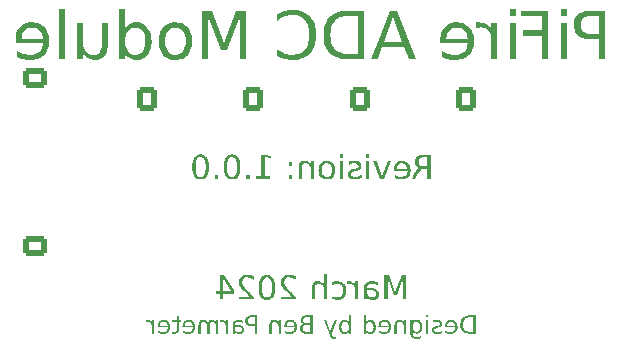
<source format=gbo>
G04 #@! TF.GenerationSoftware,KiCad,Pcbnew,8.0.1-8.0.1-1~ubuntu22.04.1*
G04 #@! TF.CreationDate,2024-05-03T10:53:36-07:00*
G04 #@! TF.ProjectId,pifire-ads-board,70696669-7265-42d6-9164-732d626f6172,rev?*
G04 #@! TF.SameCoordinates,Original*
G04 #@! TF.FileFunction,Legend,Bot*
G04 #@! TF.FilePolarity,Positive*
%FSLAX46Y46*%
G04 Gerber Fmt 4.6, Leading zero omitted, Abs format (unit mm)*
G04 Created by KiCad (PCBNEW 8.0.1-8.0.1-1~ubuntu22.04.1) date 2024-05-03 10:53:36*
%MOMM*%
%LPD*%
G01*
G04 APERTURE LIST*
G04 Aperture macros list*
%AMRoundRect*
0 Rectangle with rounded corners*
0 $1 Rounding radius*
0 $2 $3 $4 $5 $6 $7 $8 $9 X,Y pos of 4 corners*
0 Add a 4 corners polygon primitive as box body*
4,1,4,$2,$3,$4,$5,$6,$7,$8,$9,$2,$3,0*
0 Add four circle primitives for the rounded corners*
1,1,$1+$1,$2,$3*
1,1,$1+$1,$4,$5*
1,1,$1+$1,$6,$7*
1,1,$1+$1,$8,$9*
0 Add four rect primitives between the rounded corners*
20,1,$1+$1,$2,$3,$4,$5,0*
20,1,$1+$1,$4,$5,$6,$7,0*
20,1,$1+$1,$6,$7,$8,$9,0*
20,1,$1+$1,$8,$9,$2,$3,0*%
G04 Aperture macros list end*
%ADD10C,0.150000*%
%ADD11C,3.200000*%
%ADD12RoundRect,0.250000X-0.725000X0.600000X-0.725000X-0.600000X0.725000X-0.600000X0.725000X0.600000X0*%
%ADD13O,1.950000X1.700000*%
%ADD14R,1.700000X1.700000*%
%ADD15O,1.700000X1.700000*%
%ADD16C,1.600000*%
%ADD17O,1.600000X1.600000*%
%ADD18R,3.000000X3.000000*%
%ADD19C,3.000000*%
%ADD20RoundRect,0.250000X-0.600000X-0.750000X0.600000X-0.750000X0.600000X0.750000X-0.600000X0.750000X0*%
%ADD21O,1.700000X2.000000*%
G04 APERTURE END LIST*
D10*
G36*
X87298011Y-41670000D02*
G01*
X86743091Y-41670000D01*
X86743091Y-39981793D01*
X86044556Y-39981793D01*
X86001777Y-39981491D01*
X85797753Y-39970939D01*
X85574648Y-39938379D01*
X85375243Y-39884111D01*
X85172557Y-39793363D01*
X85002128Y-39673070D01*
X84881938Y-39546961D01*
X84773145Y-39373700D01*
X84698198Y-39172296D01*
X84660898Y-38977264D01*
X84648464Y-38761556D01*
X85233670Y-38761556D01*
X85233877Y-38784895D01*
X85254374Y-38979752D01*
X85324972Y-39180759D01*
X85445673Y-39340900D01*
X85472742Y-39365507D01*
X85646316Y-39472470D01*
X85840374Y-39528036D01*
X86044556Y-39544110D01*
X86743091Y-39544110D01*
X86743091Y-37980956D01*
X86044556Y-37980956D01*
X85996765Y-37981749D01*
X85798799Y-38004968D01*
X85611648Y-38068471D01*
X85445673Y-38184166D01*
X85420001Y-38210235D01*
X85308409Y-38377490D01*
X85250440Y-38564603D01*
X85233670Y-38761556D01*
X84648464Y-38761556D01*
X84657099Y-38581465D01*
X84690255Y-38383994D01*
X84760366Y-38179311D01*
X84864323Y-38002304D01*
X85002128Y-37852972D01*
X85024500Y-37833918D01*
X85199537Y-37717479D01*
X85406832Y-37630678D01*
X85610187Y-37579868D01*
X85837241Y-37550833D01*
X86044556Y-37543272D01*
X87298011Y-37543272D01*
X87298011Y-41670000D01*
G37*
G36*
X84068143Y-38606217D02*
G01*
X83563049Y-38606217D01*
X83563049Y-41670000D01*
X84068143Y-41670000D01*
X84068143Y-38606217D01*
G37*
G36*
X84068143Y-37418220D02*
G01*
X83563049Y-37418220D01*
X83563049Y-38043482D01*
X84068143Y-38043482D01*
X84068143Y-37418220D01*
G37*
G36*
X82491311Y-37543272D02*
G01*
X80133879Y-37543272D01*
X80133879Y-37980956D01*
X81936392Y-37980956D01*
X81936392Y-39231479D01*
X80309734Y-39231479D01*
X80309734Y-39669162D01*
X81936392Y-39669162D01*
X81936392Y-41670000D01*
X82491311Y-41670000D01*
X82491311Y-37543272D01*
G37*
G36*
X79703035Y-38606217D02*
G01*
X79197941Y-38606217D01*
X79197941Y-41670000D01*
X79703035Y-41670000D01*
X79703035Y-38606217D01*
G37*
G36*
X79703035Y-37418220D02*
G01*
X79197941Y-37418220D01*
X79197941Y-38043482D01*
X79703035Y-38043482D01*
X79703035Y-37418220D01*
G37*
G36*
X76364724Y-39043900D02*
G01*
X76550348Y-38997006D01*
X76748784Y-38981512D01*
X76771144Y-38981374D01*
X76973133Y-38998960D01*
X77170592Y-39060784D01*
X77336520Y-39167121D01*
X77429623Y-39262742D01*
X77540605Y-39440409D01*
X77608764Y-39630903D01*
X77648225Y-39852049D01*
X77659211Y-40070697D01*
X77659211Y-41670000D01*
X78167236Y-41670000D01*
X78167236Y-38606217D01*
X77659211Y-38606217D01*
X77659211Y-39106427D01*
X77550332Y-38942440D01*
X77408967Y-38795114D01*
X77244975Y-38682421D01*
X77055953Y-38603437D01*
X76861475Y-38560084D01*
X76645434Y-38543827D01*
X76622644Y-38543691D01*
X76508339Y-38543691D01*
X76367655Y-38543691D01*
X76364724Y-39043900D01*
G37*
G36*
X74809757Y-38547538D02*
G01*
X75010947Y-38571046D01*
X75234051Y-38627466D01*
X75437166Y-38714661D01*
X75620291Y-38832630D01*
X75783426Y-38981374D01*
X75900791Y-39125687D01*
X76015372Y-39318761D01*
X76101307Y-39533542D01*
X76151038Y-39729108D01*
X76180877Y-39939749D01*
X76190823Y-40165464D01*
X76184106Y-40341059D01*
X76156820Y-40547458D01*
X76108544Y-40739308D01*
X76022906Y-40950323D01*
X75907043Y-41140386D01*
X75760956Y-41309497D01*
X75619132Y-41431366D01*
X75429173Y-41550342D01*
X75217643Y-41639575D01*
X75024892Y-41691214D01*
X74817161Y-41722198D01*
X74594452Y-41732526D01*
X74411518Y-41726324D01*
X74212274Y-41705177D01*
X74015108Y-41669023D01*
X73837631Y-41623093D01*
X73645712Y-41559568D01*
X73457257Y-41482421D01*
X73457257Y-40982212D01*
X73626166Y-41072276D01*
X73812848Y-41153716D01*
X74000453Y-41216685D01*
X74172625Y-41257901D01*
X74366202Y-41285607D01*
X74564166Y-41294842D01*
X74773677Y-41282594D01*
X74987130Y-41238600D01*
X75172862Y-41162610D01*
X75348674Y-41038876D01*
X75487314Y-40876502D01*
X75577592Y-40701288D01*
X75636852Y-40497010D01*
X75663258Y-40294424D01*
X73339043Y-40294424D01*
X73339043Y-40059951D01*
X73342221Y-39931185D01*
X73343360Y-39919267D01*
X73844138Y-39919267D01*
X75646650Y-39922198D01*
X75624771Y-39761478D01*
X75571984Y-39569198D01*
X75480339Y-39382953D01*
X75354535Y-39228548D01*
X75253007Y-39144548D01*
X75078560Y-39051133D01*
X74877529Y-38996823D01*
X74676517Y-38981374D01*
X74630439Y-38982370D01*
X74417223Y-39017232D01*
X74232629Y-39101897D01*
X74076657Y-39236364D01*
X73999423Y-39338064D01*
X73912680Y-39513412D01*
X73860868Y-39716118D01*
X73844138Y-39919267D01*
X73343360Y-39919267D01*
X73361636Y-39728025D01*
X73408233Y-39503123D01*
X73480246Y-39298829D01*
X73577676Y-39115143D01*
X73700523Y-38952065D01*
X73746719Y-38902614D01*
X73897444Y-38773401D01*
X74066372Y-38672903D01*
X74253504Y-38601119D01*
X74458840Y-38558048D01*
X74682379Y-38543691D01*
X74809757Y-38547538D01*
G37*
G36*
X71236601Y-41670000D02*
G01*
X70651395Y-41670000D01*
X70277215Y-40607055D01*
X68428785Y-40607055D01*
X68054605Y-41670000D01*
X67477215Y-41670000D01*
X68045990Y-40169371D01*
X68601709Y-40169371D01*
X70110153Y-40169371D01*
X69356908Y-38098192D01*
X68601709Y-40169371D01*
X68045990Y-40169371D01*
X69041346Y-37543272D01*
X69670516Y-37543272D01*
X71236601Y-41670000D01*
G37*
G36*
X66898848Y-41670000D02*
G01*
X65757745Y-41670000D01*
X65684169Y-41669511D01*
X65470791Y-41662184D01*
X65268437Y-41646064D01*
X65015783Y-41610893D01*
X64782730Y-41560090D01*
X64569277Y-41493656D01*
X64375424Y-41411591D01*
X64201172Y-41313893D01*
X64010921Y-41169790D01*
X63943014Y-41105051D01*
X63792413Y-40923834D01*
X63669194Y-40714949D01*
X63590334Y-40527920D01*
X63528999Y-40323183D01*
X63485188Y-40100739D01*
X63458901Y-39860587D01*
X63450139Y-39602728D01*
X64035345Y-39602728D01*
X64035730Y-39655104D01*
X64044981Y-39855772D01*
X64073890Y-40086730D01*
X64122070Y-40295600D01*
X64189523Y-40482384D01*
X64295906Y-40677370D01*
X64430041Y-40840551D01*
X64455093Y-40864654D01*
X64624079Y-40993202D01*
X64825076Y-41094204D01*
X65017026Y-41157330D01*
X65231206Y-41201327D01*
X65467616Y-41226195D01*
X65672749Y-41232316D01*
X66343928Y-41232316D01*
X66343928Y-37980956D01*
X65672749Y-37980956D01*
X65620132Y-37981337D01*
X65418555Y-37990496D01*
X65186591Y-38019118D01*
X64976857Y-38066822D01*
X64789353Y-38133607D01*
X64593692Y-38238937D01*
X64430041Y-38371744D01*
X64405758Y-38396607D01*
X64276249Y-38564219D01*
X64174491Y-38763429D01*
X64110892Y-38953576D01*
X64066566Y-39165667D01*
X64041512Y-39399701D01*
X64035345Y-39602728D01*
X63450139Y-39602728D01*
X63452318Y-39472184D01*
X63469751Y-39224308D01*
X63504617Y-38994048D01*
X63556915Y-38781404D01*
X63626647Y-38586376D01*
X63713811Y-38408964D01*
X63847281Y-38211972D01*
X64007990Y-38042505D01*
X64080198Y-37982051D01*
X64282390Y-37847980D01*
X64466435Y-37758274D01*
X64670293Y-37684169D01*
X64893966Y-37625665D01*
X65137454Y-37582762D01*
X65333072Y-37560823D01*
X65539836Y-37547660D01*
X65757745Y-37543272D01*
X66898848Y-37543272D01*
X66898848Y-41670000D01*
G37*
G36*
X59515875Y-37855903D02*
G01*
X59515875Y-38418639D01*
X59676532Y-38287452D01*
X59843061Y-38176357D01*
X60034983Y-38076485D01*
X60113782Y-38043482D01*
X60315626Y-37977536D01*
X60525484Y-37936015D01*
X60721208Y-37919528D01*
X60787892Y-37918429D01*
X60999673Y-37929043D01*
X61195377Y-37960886D01*
X61409002Y-38027117D01*
X61599477Y-38123918D01*
X61766802Y-38251287D01*
X61865491Y-38353182D01*
X61992322Y-38529449D01*
X62092912Y-38732918D01*
X62156692Y-38923256D01*
X62202249Y-39132484D01*
X62229583Y-39360603D01*
X62238330Y-39556700D01*
X62238695Y-39607613D01*
X62232863Y-39806289D01*
X62209174Y-40037762D01*
X62167261Y-40250487D01*
X62107126Y-40444464D01*
X62010909Y-40652490D01*
X61888452Y-40833520D01*
X61865491Y-40861067D01*
X61713599Y-41008483D01*
X61538557Y-41125399D01*
X61340366Y-41211815D01*
X61119024Y-41267732D01*
X60916889Y-41291030D01*
X60787892Y-41294842D01*
X60590004Y-41285028D01*
X60377742Y-41251101D01*
X60173493Y-41192941D01*
X60113782Y-41170767D01*
X59918960Y-41080302D01*
X59749820Y-40977837D01*
X59586553Y-40855434D01*
X59515875Y-40794633D01*
X59515875Y-41357369D01*
X59701271Y-41465446D01*
X59893536Y-41555205D01*
X60092670Y-41626646D01*
X60133321Y-41638736D01*
X60340279Y-41688196D01*
X60554487Y-41719337D01*
X60753475Y-41731701D01*
X60821109Y-41732526D01*
X61047934Y-41723626D01*
X61262395Y-41696927D01*
X61464491Y-41652429D01*
X61654221Y-41590132D01*
X61873997Y-41487230D01*
X62074453Y-41356518D01*
X62255588Y-41197994D01*
X62289497Y-41162951D01*
X62443733Y-40974798D01*
X62548299Y-40809645D01*
X62636135Y-40631485D01*
X62707240Y-40440319D01*
X62761615Y-40236147D01*
X62799259Y-40018969D01*
X62820172Y-39788786D01*
X62824877Y-39607613D01*
X62816512Y-39367217D01*
X62791416Y-39139888D01*
X62749590Y-38925626D01*
X62691032Y-38724431D01*
X62615744Y-38536303D01*
X62523726Y-38361242D01*
X62385175Y-38160791D01*
X62289497Y-38050321D01*
X62112225Y-37886234D01*
X61915634Y-37749959D01*
X61699722Y-37641495D01*
X61513082Y-37574748D01*
X61314078Y-37525800D01*
X61102709Y-37494652D01*
X60878975Y-37481302D01*
X60821109Y-37480746D01*
X60617330Y-37488165D01*
X60420352Y-37510422D01*
X60209464Y-37552554D01*
X60127459Y-37574535D01*
X59927943Y-37642313D01*
X59736060Y-37728408D01*
X59551810Y-37832822D01*
X59515875Y-37855903D01*
G37*
G36*
X56902477Y-37543272D02*
G01*
X56074982Y-37543272D01*
X55028646Y-40335457D01*
X53975471Y-37543272D01*
X53148953Y-37543272D01*
X53148953Y-41670000D01*
X53690195Y-41670000D01*
X53690195Y-38043482D01*
X54748255Y-40857159D01*
X55306106Y-40857159D01*
X56363189Y-38043482D01*
X56363189Y-41670000D01*
X56902477Y-41670000D01*
X56902477Y-37543272D01*
G37*
G36*
X50983477Y-38545344D02*
G01*
X51214733Y-38570130D01*
X51425861Y-38624661D01*
X51616863Y-38708937D01*
X51787738Y-38822956D01*
X51938485Y-38966720D01*
X52046563Y-39106859D01*
X52152076Y-39295994D01*
X52231210Y-39508005D01*
X52277006Y-39702154D01*
X52304483Y-39912188D01*
X52313642Y-40138108D01*
X52307780Y-40319459D01*
X52283967Y-40532064D01*
X52241835Y-40729023D01*
X52167096Y-40944720D01*
X52065980Y-41137886D01*
X51938485Y-41308520D01*
X51865627Y-41384295D01*
X51704816Y-41513484D01*
X51523878Y-41612860D01*
X51322813Y-41682423D01*
X51101620Y-41722174D01*
X50901919Y-41732526D01*
X50820593Y-41730869D01*
X50589898Y-41706025D01*
X50379124Y-41651368D01*
X50188271Y-41566898D01*
X50017340Y-41452616D01*
X49866329Y-41308520D01*
X49757689Y-41167890D01*
X49651626Y-40978479D01*
X49572079Y-40766538D01*
X49526045Y-40572708D01*
X49498425Y-40363232D01*
X49489218Y-40138108D01*
X50024598Y-40138108D01*
X50025522Y-40204153D01*
X50043300Y-40421485D01*
X50083705Y-40617313D01*
X50157588Y-40814783D01*
X50261025Y-40984166D01*
X50339011Y-41073667D01*
X50500063Y-41196542D01*
X50687698Y-41270267D01*
X50901919Y-41294842D01*
X51025595Y-41287305D01*
X51226815Y-41235751D01*
X51400523Y-41135356D01*
X51546720Y-40986120D01*
X51575113Y-40946514D01*
X51670368Y-40770232D01*
X51736313Y-40565373D01*
X51769973Y-40362680D01*
X51781193Y-40138108D01*
X51780269Y-40071716D01*
X51762491Y-39853469D01*
X51722086Y-39657194D01*
X51648203Y-39459785D01*
X51544766Y-39291074D01*
X51466732Y-39201854D01*
X51305354Y-39079365D01*
X51117083Y-39005872D01*
X50901919Y-38981374D01*
X50779625Y-38989007D01*
X50580174Y-39041214D01*
X50407308Y-39142880D01*
X50261025Y-39294005D01*
X50232395Y-39333824D01*
X50136347Y-39510351D01*
X50069852Y-39714477D01*
X50035912Y-39915727D01*
X50024598Y-40138108D01*
X49489218Y-40138108D01*
X49495110Y-39956102D01*
X49519048Y-39742890D01*
X49561399Y-39545564D01*
X49636527Y-39329741D01*
X49738170Y-39136793D01*
X49866329Y-38966720D01*
X49939344Y-38891120D01*
X50100315Y-38762228D01*
X50281208Y-38663081D01*
X50482021Y-38593678D01*
X50702756Y-38554019D01*
X50901919Y-38543691D01*
X50983477Y-38545344D01*
G37*
G36*
X46645254Y-39106427D02*
G01*
X46741476Y-38957551D01*
X46877132Y-38807076D01*
X47047766Y-38682421D01*
X47226556Y-38603437D01*
X47428434Y-38557239D01*
X47631995Y-38543691D01*
X47801267Y-38554424D01*
X48021257Y-38605515D01*
X48221426Y-38698680D01*
X48401772Y-38833920D01*
X48540579Y-38983328D01*
X48622553Y-39097329D01*
X48725020Y-39284586D01*
X48802896Y-39491353D01*
X48856179Y-39717629D01*
X48881796Y-39921095D01*
X48890334Y-40138108D01*
X48884870Y-40312818D01*
X48862668Y-40519056D01*
X48823389Y-40711793D01*
X48753711Y-40925257D01*
X48659441Y-41119281D01*
X48540579Y-41293866D01*
X48425918Y-41420237D01*
X48248403Y-41561174D01*
X48051066Y-41660130D01*
X47833908Y-41717104D01*
X47631995Y-41732526D01*
X47428434Y-41718978D01*
X47226556Y-41672780D01*
X47047766Y-41593796D01*
X46890449Y-41481102D01*
X46752988Y-41333776D01*
X46645254Y-41169790D01*
X46645254Y-41670000D01*
X46140160Y-41670000D01*
X46140160Y-40138108D01*
X46645254Y-40138108D01*
X46646159Y-40204852D01*
X46663570Y-40424087D01*
X46703140Y-40620976D01*
X46775497Y-40818630D01*
X46876796Y-40987096D01*
X46952998Y-41075754D01*
X47111079Y-41197470D01*
X47296053Y-41270499D01*
X47507920Y-41294842D01*
X47629202Y-41287329D01*
X47826352Y-41235938D01*
X47996299Y-41135860D01*
X48139043Y-40987096D01*
X48166845Y-40947716D01*
X48260115Y-40771953D01*
X48324687Y-40567003D01*
X48357646Y-40363729D01*
X48368632Y-40138108D01*
X48367735Y-40071365D01*
X48350471Y-39852130D01*
X48311235Y-39655240D01*
X48239488Y-39457587D01*
X48139043Y-39289120D01*
X48063099Y-39200463D01*
X47905242Y-39078747D01*
X47720182Y-39005717D01*
X47507920Y-38981374D01*
X47386896Y-38988888D01*
X47189969Y-39040279D01*
X47019936Y-39140356D01*
X46876796Y-39289120D01*
X46848758Y-39328501D01*
X46754694Y-39504264D01*
X46689573Y-39709214D01*
X46656334Y-39912488D01*
X46645254Y-40138108D01*
X46140160Y-40138108D01*
X46140160Y-37418220D01*
X46645254Y-37418220D01*
X46645254Y-39106427D01*
G37*
G36*
X45171004Y-40439993D02*
G01*
X45171004Y-38606217D01*
X44664933Y-38606217D01*
X44664933Y-40420453D01*
X44654309Y-40625190D01*
X44616957Y-40822966D01*
X44534782Y-41017886D01*
X44494940Y-41076001D01*
X44342945Y-41209357D01*
X44143414Y-41281165D01*
X43983984Y-41294842D01*
X43767325Y-41274209D01*
X43577869Y-41212307D01*
X43399267Y-41095128D01*
X43337229Y-41033991D01*
X43221996Y-40872347D01*
X43144476Y-40680873D01*
X43107229Y-40485632D01*
X43098848Y-40323733D01*
X43098848Y-38606217D01*
X42592777Y-38606217D01*
X42592777Y-41670000D01*
X43098848Y-41670000D01*
X43098848Y-41169790D01*
X43219462Y-41333776D01*
X43365581Y-41481102D01*
X43525785Y-41593796D01*
X43719225Y-41678334D01*
X43915856Y-41721552D01*
X44090474Y-41732526D01*
X44310364Y-41716771D01*
X44505851Y-41669507D01*
X44699383Y-41576909D01*
X44861041Y-41443155D01*
X44896475Y-41403286D01*
X45016582Y-41219616D01*
X45093525Y-41027648D01*
X45144195Y-40806509D01*
X45166715Y-40593743D01*
X45171004Y-40439993D01*
G37*
G36*
X41569888Y-37418220D02*
G01*
X41064794Y-37418220D01*
X41064794Y-41670000D01*
X41569888Y-41670000D01*
X41569888Y-37418220D01*
G37*
G36*
X38853302Y-38547538D02*
G01*
X39054492Y-38571046D01*
X39277596Y-38627466D01*
X39480711Y-38714661D01*
X39663836Y-38832630D01*
X39826971Y-38981374D01*
X39944336Y-39125687D01*
X40058917Y-39318761D01*
X40144852Y-39533542D01*
X40194583Y-39729108D01*
X40224422Y-39939749D01*
X40234368Y-40165464D01*
X40227651Y-40341059D01*
X40200365Y-40547458D01*
X40152089Y-40739308D01*
X40066451Y-40950323D01*
X39950588Y-41140386D01*
X39804501Y-41309497D01*
X39662678Y-41431366D01*
X39472718Y-41550342D01*
X39261188Y-41639575D01*
X39068437Y-41691214D01*
X38860706Y-41722198D01*
X38637997Y-41732526D01*
X38455063Y-41726324D01*
X38255819Y-41705177D01*
X38058653Y-41669023D01*
X37881176Y-41623093D01*
X37689257Y-41559568D01*
X37500802Y-41482421D01*
X37500802Y-40982212D01*
X37669711Y-41072276D01*
X37856393Y-41153716D01*
X38043998Y-41216685D01*
X38216170Y-41257901D01*
X38409747Y-41285607D01*
X38607711Y-41294842D01*
X38817222Y-41282594D01*
X39030675Y-41238600D01*
X39216407Y-41162610D01*
X39392219Y-41038876D01*
X39530859Y-40876502D01*
X39621137Y-40701288D01*
X39680397Y-40497010D01*
X39706803Y-40294424D01*
X37382588Y-40294424D01*
X37382588Y-40059951D01*
X37385766Y-39931185D01*
X37386905Y-39919267D01*
X37887683Y-39919267D01*
X39690195Y-39922198D01*
X39668316Y-39761478D01*
X39615529Y-39569198D01*
X39523884Y-39382953D01*
X39398080Y-39228548D01*
X39296552Y-39144548D01*
X39122105Y-39051133D01*
X38921074Y-38996823D01*
X38720062Y-38981374D01*
X38673984Y-38982370D01*
X38460768Y-39017232D01*
X38276174Y-39101897D01*
X38120202Y-39236364D01*
X38042968Y-39338064D01*
X37956225Y-39513412D01*
X37904413Y-39716118D01*
X37887683Y-39919267D01*
X37386905Y-39919267D01*
X37405181Y-39728025D01*
X37451778Y-39503123D01*
X37523791Y-39298829D01*
X37621221Y-39115143D01*
X37744068Y-38952065D01*
X37790264Y-38902614D01*
X37940989Y-38773401D01*
X38109917Y-38672903D01*
X38297049Y-38601119D01*
X38502385Y-38558048D01*
X38725924Y-38543691D01*
X38853302Y-38547538D01*
G37*
G36*
X76321371Y-64895000D02*
G01*
X75893457Y-64895000D01*
X75865866Y-64894816D01*
X75785849Y-64892069D01*
X75709967Y-64886024D01*
X75615221Y-64872834D01*
X75527826Y-64853784D01*
X75447782Y-64828871D01*
X75375087Y-64798096D01*
X75309742Y-64761460D01*
X75238398Y-64707421D01*
X75212933Y-64683144D01*
X75156458Y-64615187D01*
X75110251Y-64536856D01*
X75080678Y-64466720D01*
X75057677Y-64389943D01*
X75041248Y-64306527D01*
X75031391Y-64216470D01*
X75028105Y-64119773D01*
X75247557Y-64119773D01*
X75247702Y-64139414D01*
X75251171Y-64214664D01*
X75262011Y-64301273D01*
X75280079Y-64379600D01*
X75305374Y-64449644D01*
X75345268Y-64522763D01*
X75395568Y-64583956D01*
X75404963Y-64592995D01*
X75468332Y-64641200D01*
X75543706Y-64679076D01*
X75615687Y-64702748D01*
X75696005Y-64719247D01*
X75784658Y-64728573D01*
X75861584Y-64730868D01*
X76113276Y-64730868D01*
X76113276Y-63511608D01*
X75861584Y-63511608D01*
X75841852Y-63511751D01*
X75766261Y-63515186D01*
X75679274Y-63525919D01*
X75600624Y-63543808D01*
X75530310Y-63568852D01*
X75456937Y-63608351D01*
X75395568Y-63658154D01*
X75386462Y-63667477D01*
X75337896Y-63730332D01*
X75299737Y-63805036D01*
X75275887Y-63876341D01*
X75259265Y-63955875D01*
X75249870Y-64043638D01*
X75247557Y-64119773D01*
X75028105Y-64119773D01*
X75028922Y-64070819D01*
X75035459Y-63977865D01*
X75048534Y-63891518D01*
X75068146Y-63811776D01*
X75094295Y-63738641D01*
X75126982Y-63672111D01*
X75177033Y-63598239D01*
X75237299Y-63534689D01*
X75264377Y-63512019D01*
X75340199Y-63461742D01*
X75409216Y-63428102D01*
X75485663Y-63400313D01*
X75569540Y-63378374D01*
X75660848Y-63362286D01*
X75734205Y-63354058D01*
X75811741Y-63349122D01*
X75893457Y-63347477D01*
X76321371Y-63347477D01*
X76321371Y-64895000D01*
G37*
G36*
X74277564Y-63724076D02*
G01*
X74353010Y-63732892D01*
X74436674Y-63754050D01*
X74512842Y-63786748D01*
X74581514Y-63830986D01*
X74642690Y-63886765D01*
X74686702Y-63940882D01*
X74729669Y-64013285D01*
X74761895Y-64093828D01*
X74780544Y-64167165D01*
X74791734Y-64246155D01*
X74795463Y-64330799D01*
X74792945Y-64396647D01*
X74782712Y-64474047D01*
X74764609Y-64545990D01*
X74732495Y-64625121D01*
X74689046Y-64696394D01*
X74634263Y-64759811D01*
X74581080Y-64805512D01*
X74509845Y-64850128D01*
X74430521Y-64883590D01*
X74358239Y-64902955D01*
X74280340Y-64914574D01*
X74196824Y-64918447D01*
X74128224Y-64916121D01*
X74053508Y-64908191D01*
X73979570Y-64894633D01*
X73913016Y-64877410D01*
X73841047Y-64853588D01*
X73770376Y-64824658D01*
X73770376Y-64637079D01*
X73833717Y-64670853D01*
X73903723Y-64701393D01*
X73974075Y-64725006D01*
X74038639Y-64740462D01*
X74111231Y-64750852D01*
X74185467Y-64754316D01*
X74264034Y-64749722D01*
X74344079Y-64733225D01*
X74413728Y-64704728D01*
X74479657Y-64658328D01*
X74531648Y-64597438D01*
X74565502Y-64531733D01*
X74587724Y-64455128D01*
X74597627Y-64379159D01*
X73726046Y-64379159D01*
X73726046Y-64291231D01*
X73727238Y-64242944D01*
X73727665Y-64238475D01*
X73915457Y-64238475D01*
X74591399Y-64239574D01*
X74583194Y-64179304D01*
X74563399Y-64107199D01*
X74529032Y-64037357D01*
X74481856Y-63979455D01*
X74443782Y-63947955D01*
X74378365Y-63912925D01*
X74302978Y-63892558D01*
X74227599Y-63886765D01*
X74210320Y-63887139D01*
X74130364Y-63900212D01*
X74061141Y-63931961D01*
X74002651Y-63982386D01*
X73973688Y-64020524D01*
X73941160Y-64086279D01*
X73921731Y-64162294D01*
X73915457Y-64238475D01*
X73727665Y-64238475D01*
X73734518Y-64166759D01*
X73751992Y-64082421D01*
X73778997Y-64005811D01*
X73815534Y-63936928D01*
X73861601Y-63875774D01*
X73878925Y-63857230D01*
X73935446Y-63808775D01*
X73998794Y-63771088D01*
X74068969Y-63744169D01*
X74145970Y-63728018D01*
X74229797Y-63722634D01*
X74277564Y-63724076D01*
G37*
G36*
X72686304Y-63792976D02*
G01*
X72686304Y-63980554D01*
X72752583Y-63946322D01*
X72821038Y-63919829D01*
X72853367Y-63910212D01*
X72930213Y-63894184D01*
X73003705Y-63887337D01*
X73032519Y-63886765D01*
X73106472Y-63890127D01*
X73181669Y-63903366D01*
X73244644Y-63929263D01*
X73297400Y-63982386D01*
X73314985Y-64056758D01*
X73293212Y-64129878D01*
X73264427Y-64158607D01*
X73194650Y-64192492D01*
X73123266Y-64214188D01*
X73061461Y-64228949D01*
X72996615Y-64242505D01*
X72924899Y-64259665D01*
X72851649Y-64282779D01*
X72781674Y-64313273D01*
X72714812Y-64357508D01*
X72709385Y-64362306D01*
X72660994Y-64422429D01*
X72632689Y-64497012D01*
X72624389Y-64577362D01*
X72632357Y-64652031D01*
X72660371Y-64726236D01*
X72708555Y-64790066D01*
X72751884Y-64826856D01*
X72821401Y-64866927D01*
X72891996Y-64892597D01*
X72971708Y-64909502D01*
X73047288Y-64917016D01*
X73101395Y-64918447D01*
X73178213Y-64914577D01*
X73251268Y-64904136D01*
X73294835Y-64895000D01*
X73371669Y-64874117D01*
X73444815Y-64849181D01*
X73506594Y-64824658D01*
X73506594Y-64637079D01*
X73441199Y-64670853D01*
X73370009Y-64701393D01*
X73299598Y-64725006D01*
X73223246Y-64742867D01*
X73147511Y-64752484D01*
X73097365Y-64754316D01*
X73019799Y-64749951D01*
X72942588Y-64733190D01*
X72891468Y-64709619D01*
X72837338Y-64655764D01*
X72819295Y-64583590D01*
X72835755Y-64509813D01*
X72871318Y-64467819D01*
X72940611Y-64433187D01*
X73019215Y-64409223D01*
X73099563Y-64390516D01*
X73165509Y-64376228D01*
X73237925Y-64358341D01*
X73309223Y-64333348D01*
X73374817Y-64299429D01*
X73420132Y-64264120D01*
X73464560Y-64205610D01*
X73490547Y-64133853D01*
X73498168Y-64057124D01*
X73490955Y-63981630D01*
X73465597Y-63907593D01*
X73421982Y-63845090D01*
X73382763Y-63809829D01*
X73319015Y-63771681D01*
X73243178Y-63744433D01*
X73166903Y-63729531D01*
X73081371Y-63722974D01*
X73055233Y-63722634D01*
X72978125Y-63725107D01*
X72904520Y-63732526D01*
X72857397Y-63740219D01*
X72784444Y-63757410D01*
X72711154Y-63782414D01*
X72686304Y-63792976D01*
G37*
G36*
X72328733Y-63746081D02*
G01*
X72139323Y-63746081D01*
X72139323Y-64895000D01*
X72328733Y-64895000D01*
X72328733Y-63746081D01*
G37*
G36*
X72328733Y-63300582D02*
G01*
X72139323Y-63300582D01*
X72139323Y-63535055D01*
X72328733Y-63535055D01*
X72328733Y-63300582D01*
G37*
G36*
X71420321Y-63726551D02*
G01*
X71503589Y-63745200D01*
X71579003Y-63779205D01*
X71646563Y-63828567D01*
X71698220Y-63883101D01*
X71728617Y-63924861D01*
X71766613Y-63993662D01*
X71795490Y-64069856D01*
X71815248Y-64153442D01*
X71824747Y-64228746D01*
X71827913Y-64309183D01*
X71826773Y-64357931D01*
X71819807Y-64435098D01*
X71803089Y-64520969D01*
X71777252Y-64599498D01*
X71742295Y-64670686D01*
X71698220Y-64734532D01*
X71655573Y-64780760D01*
X71589135Y-64832317D01*
X71514843Y-64868516D01*
X71432697Y-64889358D01*
X71356036Y-64895000D01*
X71279665Y-64889883D01*
X71203838Y-64872437D01*
X71136584Y-64842609D01*
X71082366Y-64804449D01*
X71030247Y-64750488D01*
X70986008Y-64683974D01*
X70986008Y-64782159D01*
X70990443Y-64864070D01*
X71006374Y-64945918D01*
X71033892Y-65015218D01*
X71078698Y-65078182D01*
X71130905Y-65121138D01*
X71203651Y-65154793D01*
X71280771Y-65171669D01*
X71357868Y-65176367D01*
X71378974Y-65176007D01*
X71452033Y-65169064D01*
X71523831Y-65153286D01*
X71549301Y-65145571D01*
X71621188Y-65117401D01*
X71688694Y-65082578D01*
X71688694Y-65270157D01*
X71667737Y-65278840D01*
X71593215Y-65304636D01*
X71516870Y-65323279D01*
X71477537Y-65329989D01*
X71401608Y-65338077D01*
X71328192Y-65340498D01*
X71278789Y-65339210D01*
X71201888Y-65331339D01*
X71118580Y-65312449D01*
X71045061Y-65283254D01*
X70981331Y-65243755D01*
X70927390Y-65193953D01*
X70889710Y-65144401D01*
X70852925Y-65075020D01*
X70825336Y-64994821D01*
X70809370Y-64919723D01*
X70799791Y-64837113D01*
X70796597Y-64746988D01*
X70796597Y-64309183D01*
X70986008Y-64309183D01*
X70986091Y-64321620D01*
X70991320Y-64403774D01*
X71004684Y-64477337D01*
X71029917Y-64550890D01*
X71071004Y-64620226D01*
X71099238Y-64652101D01*
X71158490Y-64695860D01*
X71228579Y-64722116D01*
X71309507Y-64730868D01*
X71355595Y-64728167D01*
X71430212Y-64709691D01*
X71494106Y-64673710D01*
X71547278Y-64620226D01*
X71552507Y-64613224D01*
X71592100Y-64542309D01*
X71616006Y-64467354D01*
X71628207Y-64392563D01*
X71632274Y-64309183D01*
X71632191Y-64296701D01*
X71626962Y-64214272D01*
X71613598Y-64140503D01*
X71588365Y-64066801D01*
X71547278Y-63997407D01*
X71519062Y-63965533D01*
X71459933Y-63921773D01*
X71390081Y-63895517D01*
X71309507Y-63886765D01*
X71263209Y-63889466D01*
X71188302Y-63907943D01*
X71124234Y-63943923D01*
X71071004Y-63997407D01*
X71065775Y-64004411D01*
X71026182Y-64075395D01*
X71002277Y-64150512D01*
X70990075Y-64225517D01*
X70986008Y-64309183D01*
X70796597Y-64309183D01*
X70796597Y-63746081D01*
X70986008Y-63746081D01*
X70986008Y-63933660D01*
X71021618Y-63878334D01*
X71072304Y-63822205D01*
X71136584Y-63775390D01*
X71203838Y-63745354D01*
X71279665Y-63727786D01*
X71356036Y-63722634D01*
X71420321Y-63726551D01*
G37*
G36*
X69454239Y-64208066D02*
G01*
X69454239Y-64895000D01*
X69643649Y-64895000D01*
X69643649Y-64214295D01*
X69647656Y-64137381D01*
X69661744Y-64063170D01*
X69692736Y-63990177D01*
X69707763Y-63968464D01*
X69764589Y-63918679D01*
X69839448Y-63891871D01*
X69899371Y-63886765D01*
X69980589Y-63894532D01*
X70051549Y-63917832D01*
X70118360Y-63961938D01*
X70141538Y-63984951D01*
X70184396Y-64045596D01*
X70213228Y-64117486D01*
X70227081Y-64190827D01*
X70230198Y-64251664D01*
X70230198Y-64895000D01*
X70420708Y-64895000D01*
X70420708Y-63746081D01*
X70230198Y-63746081D01*
X70230198Y-63933660D01*
X70185283Y-63872709D01*
X70130504Y-63817729D01*
X70070097Y-63775390D01*
X69996887Y-63743242D01*
X69922808Y-63726807D01*
X69857239Y-63722634D01*
X69774851Y-63728524D01*
X69701754Y-63746196D01*
X69629591Y-63780817D01*
X69569565Y-63830826D01*
X69556454Y-63845732D01*
X69511735Y-63914540D01*
X69483087Y-63986655D01*
X69464221Y-64069886D01*
X69455836Y-64150072D01*
X69454239Y-64208066D01*
G37*
G36*
X68647277Y-63724076D02*
G01*
X68722724Y-63732892D01*
X68806388Y-63754050D01*
X68882556Y-63786748D01*
X68951228Y-63830986D01*
X69012403Y-63886765D01*
X69056415Y-63940882D01*
X69099383Y-64013285D01*
X69131609Y-64093828D01*
X69150258Y-64167165D01*
X69161448Y-64246155D01*
X69165177Y-64330799D01*
X69162659Y-64396647D01*
X69152426Y-64474047D01*
X69134323Y-64545990D01*
X69102209Y-64625121D01*
X69058760Y-64696394D01*
X69003977Y-64759811D01*
X68950793Y-64805512D01*
X68879559Y-64850128D01*
X68800235Y-64883590D01*
X68727953Y-64902955D01*
X68650054Y-64914574D01*
X68566538Y-64918447D01*
X68497938Y-64916121D01*
X68423221Y-64908191D01*
X68349284Y-64894633D01*
X68282730Y-64877410D01*
X68210761Y-64853588D01*
X68140090Y-64824658D01*
X68140090Y-64637079D01*
X68203431Y-64670853D01*
X68273437Y-64701393D01*
X68343789Y-64725006D01*
X68408353Y-64740462D01*
X68480945Y-64750852D01*
X68555181Y-64754316D01*
X68633748Y-64749722D01*
X68713793Y-64733225D01*
X68783442Y-64704728D01*
X68849371Y-64658328D01*
X68901361Y-64597438D01*
X68935216Y-64531733D01*
X68957438Y-64455128D01*
X68967341Y-64379159D01*
X68095760Y-64379159D01*
X68095760Y-64291231D01*
X68096951Y-64242944D01*
X68097378Y-64238475D01*
X68285170Y-64238475D01*
X68961112Y-64239574D01*
X68952908Y-64179304D01*
X68933113Y-64107199D01*
X68898746Y-64037357D01*
X68851570Y-63979455D01*
X68813496Y-63947955D01*
X68748079Y-63912925D01*
X68672692Y-63892558D01*
X68597313Y-63886765D01*
X68580034Y-63887139D01*
X68500077Y-63900212D01*
X68430855Y-63931961D01*
X68372365Y-63982386D01*
X68343402Y-64020524D01*
X68310874Y-64086279D01*
X68291444Y-64162294D01*
X68285170Y-64238475D01*
X68097378Y-64238475D01*
X68104232Y-64166759D01*
X68121706Y-64082421D01*
X68148711Y-64005811D01*
X68185247Y-63936928D01*
X68231315Y-63875774D01*
X68248638Y-63857230D01*
X68305160Y-63808775D01*
X68368508Y-63771088D01*
X68438683Y-63744169D01*
X68515684Y-63728018D01*
X68599511Y-63722634D01*
X68647277Y-63724076D01*
G37*
G36*
X67032205Y-63933660D02*
G01*
X67068288Y-63877831D01*
X67119159Y-63821403D01*
X67183147Y-63774658D01*
X67250193Y-63745039D01*
X67325897Y-63727714D01*
X67402233Y-63722634D01*
X67465709Y-63726659D01*
X67548206Y-63745818D01*
X67623269Y-63780755D01*
X67690899Y-63831470D01*
X67742951Y-63887498D01*
X67773692Y-63930248D01*
X67812117Y-64000470D01*
X67841320Y-64078007D01*
X67861301Y-64162861D01*
X67870908Y-64239160D01*
X67874110Y-64320540D01*
X67872060Y-64386057D01*
X67863735Y-64463396D01*
X67849005Y-64535672D01*
X67822876Y-64615721D01*
X67787525Y-64688480D01*
X67742951Y-64753949D01*
X67699954Y-64801339D01*
X67633385Y-64854190D01*
X67559384Y-64891298D01*
X67477950Y-64912664D01*
X67402233Y-64918447D01*
X67325897Y-64913366D01*
X67250193Y-64896042D01*
X67183147Y-64866423D01*
X67124153Y-64824163D01*
X67072605Y-64768916D01*
X67032205Y-64707421D01*
X67032205Y-64895000D01*
X66842794Y-64895000D01*
X66842794Y-64320540D01*
X67032205Y-64320540D01*
X67032544Y-64345569D01*
X67039073Y-64427782D01*
X67053912Y-64501616D01*
X67081046Y-64575736D01*
X67119033Y-64638911D01*
X67147609Y-64672157D01*
X67206889Y-64717801D01*
X67276254Y-64745187D01*
X67355704Y-64754316D01*
X67401185Y-64751498D01*
X67475116Y-64732226D01*
X67538846Y-64694697D01*
X67592376Y-64638911D01*
X67602801Y-64624143D01*
X67637778Y-64558232D01*
X67661992Y-64481376D01*
X67674351Y-64405148D01*
X67678471Y-64320540D01*
X67678135Y-64295512D01*
X67671661Y-64213298D01*
X67656947Y-64139465D01*
X67630042Y-64065345D01*
X67592376Y-64002170D01*
X67563896Y-63968923D01*
X67504700Y-63923280D01*
X67435303Y-63895894D01*
X67355704Y-63886765D01*
X67310320Y-63889583D01*
X67236473Y-63908854D01*
X67172710Y-63946383D01*
X67119033Y-64002170D01*
X67108519Y-64016937D01*
X67073245Y-64082849D01*
X67048824Y-64159705D01*
X67036359Y-64235933D01*
X67032205Y-64320540D01*
X66842794Y-64320540D01*
X66842794Y-63300582D01*
X67032205Y-63300582D01*
X67032205Y-63933660D01*
G37*
G36*
X65800122Y-64895000D02*
G01*
X65609612Y-64895000D01*
X65609612Y-64707421D01*
X65573529Y-64763249D01*
X65522658Y-64819677D01*
X65458670Y-64866423D01*
X65391754Y-64896042D01*
X65316439Y-64913366D01*
X65240683Y-64918447D01*
X65176899Y-64914431D01*
X65094092Y-64895314D01*
X65018858Y-64860455D01*
X64951198Y-64809853D01*
X64899232Y-64753949D01*
X64868406Y-64711113D01*
X64829873Y-64640784D01*
X64800588Y-64563165D01*
X64780551Y-64478256D01*
X64770918Y-64401929D01*
X64767707Y-64320540D01*
X64964445Y-64320540D01*
X64964781Y-64345569D01*
X64971255Y-64427782D01*
X64985969Y-64501616D01*
X65012873Y-64575736D01*
X65050540Y-64638911D01*
X65079019Y-64672157D01*
X65138216Y-64717801D01*
X65207613Y-64745187D01*
X65287212Y-64754316D01*
X65332587Y-64751498D01*
X65406373Y-64732226D01*
X65470016Y-64694697D01*
X65523517Y-64638911D01*
X65533942Y-64624143D01*
X65568919Y-64558232D01*
X65593133Y-64481376D01*
X65605492Y-64405148D01*
X65609612Y-64320540D01*
X65609276Y-64295512D01*
X65602802Y-64213298D01*
X65588088Y-64139465D01*
X65561183Y-64065345D01*
X65523517Y-64002170D01*
X65495046Y-63968923D01*
X65435911Y-63923280D01*
X65366633Y-63895894D01*
X65287212Y-63886765D01*
X65241731Y-63889583D01*
X65167800Y-63908854D01*
X65104070Y-63946383D01*
X65050540Y-64002170D01*
X65040115Y-64016937D01*
X65005138Y-64082849D01*
X64980924Y-64159705D01*
X64968564Y-64235933D01*
X64964445Y-64320540D01*
X64767707Y-64320540D01*
X64769762Y-64255030D01*
X64778111Y-64177714D01*
X64792882Y-64105479D01*
X64819084Y-64025503D01*
X64854534Y-63952842D01*
X64899232Y-63887498D01*
X64942151Y-63840003D01*
X65008729Y-63787034D01*
X65082880Y-63749843D01*
X65164605Y-63728430D01*
X65240683Y-63722634D01*
X65309176Y-63726749D01*
X65385254Y-63742956D01*
X65458670Y-63774658D01*
X65517664Y-63816918D01*
X65569212Y-63872165D01*
X65609612Y-63933660D01*
X65609612Y-63300582D01*
X65800122Y-63300582D01*
X65800122Y-64895000D01*
G37*
G36*
X63980757Y-65003810D02*
G01*
X64010703Y-65077144D01*
X64045281Y-65149775D01*
X64084328Y-65215738D01*
X64132427Y-65272625D01*
X64137194Y-65276751D01*
X64201611Y-65315597D01*
X64273423Y-65335456D01*
X64341259Y-65340498D01*
X64492567Y-65340498D01*
X64492567Y-65176367D01*
X64381559Y-65176367D01*
X64308183Y-65165821D01*
X64259926Y-65138998D01*
X64214314Y-65076533D01*
X64180193Y-65004048D01*
X64163939Y-64963143D01*
X64129867Y-64877048D01*
X64596615Y-63746081D01*
X64395847Y-63746081D01*
X64035345Y-64644773D01*
X63674476Y-63746081D01*
X63473708Y-63746081D01*
X63980757Y-65003810D01*
G37*
G36*
X62543143Y-64895000D02*
G01*
X61990666Y-64895000D01*
X61974616Y-64894888D01*
X61897844Y-64890994D01*
X61813368Y-64878977D01*
X61737239Y-64858948D01*
X61658970Y-64825456D01*
X61592062Y-64781060D01*
X61551638Y-64743023D01*
X61506556Y-64681987D01*
X61474902Y-64611870D01*
X61456677Y-64532672D01*
X61451744Y-64457561D01*
X61452608Y-64437411D01*
X61671196Y-64437411D01*
X61671513Y-64455706D01*
X61680764Y-64530667D01*
X61706066Y-64599819D01*
X61752163Y-64658695D01*
X61779585Y-64679487D01*
X61847147Y-64710499D01*
X61922453Y-64726357D01*
X62000924Y-64730868D01*
X62335048Y-64730868D01*
X62335048Y-64144685D01*
X62000924Y-64144685D01*
X61970226Y-64145313D01*
X61895825Y-64153127D01*
X61818087Y-64175453D01*
X61752163Y-64216127D01*
X61742358Y-64225320D01*
X61699740Y-64286935D01*
X61677601Y-64359177D01*
X61671196Y-64437411D01*
X61452608Y-64437411D01*
X61453819Y-64409160D01*
X61468013Y-64328532D01*
X61495653Y-64256249D01*
X61536741Y-64192313D01*
X61571023Y-64155034D01*
X61631478Y-64108727D01*
X61702772Y-64073954D01*
X61775244Y-64052728D01*
X61708397Y-64036261D01*
X61639918Y-64002754D01*
X61581803Y-63949413D01*
X61573818Y-63938793D01*
X61539106Y-63872349D01*
X61521074Y-63800150D01*
X61517293Y-63746081D01*
X61725052Y-63746081D01*
X61728628Y-63795103D01*
X61751400Y-63865600D01*
X61799790Y-63922669D01*
X61804537Y-63926230D01*
X61873333Y-63960147D01*
X61947350Y-63975975D01*
X62026936Y-63980554D01*
X62335048Y-63980554D01*
X62335048Y-63511608D01*
X62026936Y-63511608D01*
X62017486Y-63511665D01*
X61939266Y-63517332D01*
X61866766Y-63534506D01*
X61799790Y-63570226D01*
X61767092Y-63603062D01*
X61733883Y-63672242D01*
X61725052Y-63746081D01*
X61517293Y-63746081D01*
X61515858Y-63725565D01*
X61515984Y-63714312D01*
X61523918Y-63640087D01*
X61548098Y-63565006D01*
X61588398Y-63500319D01*
X61644818Y-63446029D01*
X61696879Y-63412537D01*
X61767319Y-63382220D01*
X61848207Y-63361336D01*
X61925857Y-63350942D01*
X62011182Y-63347477D01*
X62543143Y-63347477D01*
X62543143Y-64895000D01*
G37*
G36*
X60675191Y-63724076D02*
G01*
X60750637Y-63732892D01*
X60834301Y-63754050D01*
X60910469Y-63786748D01*
X60979141Y-63830986D01*
X61040317Y-63886765D01*
X61084329Y-63940882D01*
X61127297Y-64013285D01*
X61159522Y-64093828D01*
X61178172Y-64167165D01*
X61189361Y-64246155D01*
X61193091Y-64330799D01*
X61190572Y-64396647D01*
X61180340Y-64474047D01*
X61162236Y-64545990D01*
X61130122Y-64625121D01*
X61086673Y-64696394D01*
X61031891Y-64759811D01*
X60978707Y-64805512D01*
X60907472Y-64850128D01*
X60828148Y-64883590D01*
X60755867Y-64902955D01*
X60677968Y-64914574D01*
X60594452Y-64918447D01*
X60525851Y-64916121D01*
X60451135Y-64908191D01*
X60377198Y-64894633D01*
X60310644Y-64877410D01*
X60238674Y-64853588D01*
X60168004Y-64824658D01*
X60168004Y-64637079D01*
X60231345Y-64670853D01*
X60301350Y-64701393D01*
X60371702Y-64725006D01*
X60436267Y-64740462D01*
X60508858Y-64750852D01*
X60583094Y-64754316D01*
X60661661Y-64749722D01*
X60741706Y-64733225D01*
X60811355Y-64704728D01*
X60877285Y-64658328D01*
X60929275Y-64597438D01*
X60963129Y-64531733D01*
X60985352Y-64455128D01*
X60995254Y-64379159D01*
X60123674Y-64379159D01*
X60123674Y-64291231D01*
X60124865Y-64242944D01*
X60125292Y-64238475D01*
X60313084Y-64238475D01*
X60989026Y-64239574D01*
X60980821Y-64179304D01*
X60961026Y-64107199D01*
X60926659Y-64037357D01*
X60879483Y-63979455D01*
X60841410Y-63947955D01*
X60775992Y-63912925D01*
X60700606Y-63892558D01*
X60625226Y-63886765D01*
X60607947Y-63887139D01*
X60527991Y-63900212D01*
X60458768Y-63931961D01*
X60400279Y-63982386D01*
X60371316Y-64020524D01*
X60338787Y-64086279D01*
X60319358Y-64162294D01*
X60313084Y-64238475D01*
X60125292Y-64238475D01*
X60132146Y-64166759D01*
X60149620Y-64082421D01*
X60176625Y-64005811D01*
X60213161Y-63936928D01*
X60259228Y-63875774D01*
X60276552Y-63857230D01*
X60333074Y-63808775D01*
X60396422Y-63771088D01*
X60466596Y-63744169D01*
X60543597Y-63728018D01*
X60627424Y-63722634D01*
X60675191Y-63724076D01*
G37*
G36*
X58860450Y-64208066D02*
G01*
X58860450Y-64895000D01*
X59049860Y-64895000D01*
X59049860Y-64214295D01*
X59053867Y-64137381D01*
X59067954Y-64063170D01*
X59098947Y-63990177D01*
X59113974Y-63968464D01*
X59170800Y-63918679D01*
X59245659Y-63891871D01*
X59305582Y-63886765D01*
X59386800Y-63894532D01*
X59457759Y-63917832D01*
X59524571Y-63961938D01*
X59547749Y-63984951D01*
X59590607Y-64045596D01*
X59619439Y-64117486D01*
X59633292Y-64190827D01*
X59636409Y-64251664D01*
X59636409Y-64895000D01*
X59826918Y-64895000D01*
X59826918Y-63746081D01*
X59636409Y-63746081D01*
X59636409Y-63933660D01*
X59591494Y-63872709D01*
X59536715Y-63817729D01*
X59476308Y-63775390D01*
X59403098Y-63743242D01*
X59329019Y-63726807D01*
X59263450Y-63722634D01*
X59181062Y-63728524D01*
X59107964Y-63746196D01*
X59035802Y-63780817D01*
X58975776Y-63830826D01*
X58962665Y-63845732D01*
X58917946Y-63914540D01*
X58889298Y-63986655D01*
X58870432Y-64069886D01*
X58862047Y-64150072D01*
X58860450Y-64208066D01*
G37*
G36*
X57814113Y-64895000D02*
G01*
X57606018Y-64895000D01*
X57606018Y-64261922D01*
X57344068Y-64261922D01*
X57328025Y-64261809D01*
X57251516Y-64257852D01*
X57167852Y-64245642D01*
X57093075Y-64225291D01*
X57017068Y-64191261D01*
X56953157Y-64146151D01*
X56908086Y-64098860D01*
X56867288Y-64033887D01*
X56839184Y-63958361D01*
X56825196Y-63885224D01*
X56820533Y-63804333D01*
X57039985Y-63804333D01*
X57040063Y-63813085D01*
X57047749Y-63886157D01*
X57074224Y-63961534D01*
X57119487Y-64021587D01*
X57129637Y-64030815D01*
X57194728Y-64070926D01*
X57267499Y-64091763D01*
X57344068Y-64097791D01*
X57606018Y-64097791D01*
X57606018Y-63511608D01*
X57344068Y-63511608D01*
X57326146Y-63511906D01*
X57251909Y-63520613D01*
X57181727Y-63544426D01*
X57119487Y-63587812D01*
X57109859Y-63597588D01*
X57068013Y-63660309D01*
X57046274Y-63730476D01*
X57039985Y-63804333D01*
X56820533Y-63804333D01*
X56823771Y-63736799D01*
X56836205Y-63662748D01*
X56862496Y-63585991D01*
X56901480Y-63519614D01*
X56953157Y-63463614D01*
X56961547Y-63456469D01*
X57027186Y-63412804D01*
X57104921Y-63380254D01*
X57181179Y-63361200D01*
X57266325Y-63350312D01*
X57344068Y-63347477D01*
X57814113Y-63347477D01*
X57814113Y-64895000D01*
G37*
G36*
X56287014Y-63723756D02*
G01*
X56364255Y-63731793D01*
X56436950Y-63746081D01*
X56498695Y-63763025D01*
X56568020Y-63786954D01*
X56638817Y-63816423D01*
X56638817Y-63980554D01*
X56606136Y-63963793D01*
X56533560Y-63933133D01*
X56458565Y-63910212D01*
X56417287Y-63901076D01*
X56339325Y-63890062D01*
X56265858Y-63886765D01*
X56246711Y-63887034D01*
X56167245Y-63894904D01*
X56091796Y-63916428D01*
X56024424Y-63955642D01*
X55975406Y-64009748D01*
X55946736Y-64077360D01*
X55938328Y-64150547D01*
X55938328Y-64168133D01*
X56204309Y-64168133D01*
X56220349Y-64168228D01*
X56296796Y-64171572D01*
X56380266Y-64181889D01*
X56454721Y-64199083D01*
X56530190Y-64227837D01*
X56593387Y-64265952D01*
X56601389Y-64272158D01*
X56656258Y-64328481D01*
X56694869Y-64396665D01*
X56717223Y-64476710D01*
X56723447Y-64556479D01*
X56719776Y-64616096D01*
X56703461Y-64688293D01*
X56669506Y-64759551D01*
X56619033Y-64820261D01*
X56562109Y-64863217D01*
X56487231Y-64896873D01*
X56411039Y-64913748D01*
X56336932Y-64918447D01*
X56319607Y-64918246D01*
X56245824Y-64912386D01*
X56171865Y-64896358D01*
X56100261Y-64867156D01*
X56037324Y-64824975D01*
X55982006Y-64769460D01*
X55938328Y-64707421D01*
X55938328Y-64895000D01*
X55748551Y-64895000D01*
X55748551Y-64308817D01*
X55938328Y-64308817D01*
X55938328Y-64350582D01*
X55942886Y-64427236D01*
X55959258Y-64506296D01*
X55987537Y-64576243D01*
X56033583Y-64644040D01*
X56071506Y-64681516D01*
X56136650Y-64723193D01*
X56211705Y-64747423D01*
X56286741Y-64754316D01*
X56327931Y-64752268D01*
X56400265Y-64735884D01*
X56467724Y-64696064D01*
X56486828Y-64676744D01*
X56523092Y-64611989D01*
X56534036Y-64537794D01*
X56529794Y-64486501D01*
X56502780Y-64414965D01*
X56445376Y-64360840D01*
X56439697Y-64357640D01*
X56367755Y-64331221D01*
X56290367Y-64317403D01*
X56208188Y-64310646D01*
X56127006Y-64308817D01*
X55938328Y-64308817D01*
X55748551Y-64308817D01*
X55748551Y-64234445D01*
X55748672Y-64218453D01*
X55752905Y-64142336D01*
X55765965Y-64059449D01*
X55787732Y-63985784D01*
X55824132Y-63911497D01*
X55872383Y-63849762D01*
X55880223Y-63841941D01*
X55942038Y-63794144D01*
X56015984Y-63758513D01*
X56089022Y-63737656D01*
X56170973Y-63725738D01*
X56246074Y-63722634D01*
X56287014Y-63723756D01*
G37*
G36*
X54695987Y-63910212D02*
G01*
X54765596Y-63892627D01*
X54840010Y-63886817D01*
X54848394Y-63886765D01*
X54924140Y-63893360D01*
X54998187Y-63916544D01*
X55060411Y-63956420D01*
X55095324Y-63992278D01*
X55136942Y-64058903D01*
X55162502Y-64130338D01*
X55177300Y-64213268D01*
X55181420Y-64295261D01*
X55181420Y-64895000D01*
X55371929Y-64895000D01*
X55371929Y-63746081D01*
X55181420Y-63746081D01*
X55181420Y-63933660D01*
X55140590Y-63872165D01*
X55087578Y-63816918D01*
X55026081Y-63774658D01*
X54955198Y-63745039D01*
X54882268Y-63728781D01*
X54801253Y-63722685D01*
X54792707Y-63722634D01*
X54749842Y-63722634D01*
X54697086Y-63722634D01*
X54695987Y-63910212D01*
G37*
G36*
X53639759Y-63975425D02*
G01*
X53597577Y-63907863D01*
X53550990Y-63851082D01*
X53494060Y-63800635D01*
X53469766Y-63784183D01*
X53397603Y-63749141D01*
X53324788Y-63729907D01*
X53245104Y-63722694D01*
X53236758Y-63722634D01*
X53161843Y-63728682D01*
X53085885Y-63750406D01*
X53020231Y-63787930D01*
X52964882Y-63841253D01*
X52958688Y-63849030D01*
X52915731Y-63918730D01*
X52888212Y-63990688D01*
X52870090Y-64072884D01*
X52862036Y-64151486D01*
X52860502Y-64208066D01*
X52860502Y-64895000D01*
X53051378Y-64895000D01*
X53051378Y-64214295D01*
X53055041Y-64136488D01*
X53067921Y-64061765D01*
X53096257Y-63988855D01*
X53109996Y-63967365D01*
X53167842Y-63915180D01*
X53239377Y-63890622D01*
X53289148Y-63886765D01*
X53367124Y-63894532D01*
X53442343Y-63921379D01*
X53505541Y-63967404D01*
X53522156Y-63984951D01*
X53563420Y-64045596D01*
X53591180Y-64117486D01*
X53604518Y-64190827D01*
X53607519Y-64251664D01*
X53607519Y-64895000D01*
X53798394Y-64895000D01*
X53798394Y-64214295D01*
X53802081Y-64136053D01*
X53815041Y-64061114D01*
X53843555Y-63988334D01*
X53857379Y-63966999D01*
X53915527Y-63915051D01*
X53987878Y-63890604D01*
X54038363Y-63886765D01*
X54115453Y-63894561D01*
X54190028Y-63921508D01*
X54252940Y-63967705D01*
X54269539Y-63985317D01*
X54310803Y-64046082D01*
X54338563Y-64117917D01*
X54351901Y-64191063D01*
X54354902Y-64251664D01*
X54354902Y-64895000D01*
X54545411Y-64895000D01*
X54545411Y-63746081D01*
X54354902Y-63746081D01*
X54354902Y-63933660D01*
X54311868Y-63871657D01*
X54258746Y-63816264D01*
X54199563Y-63774291D01*
X54126628Y-63742812D01*
X54051353Y-63726720D01*
X53983775Y-63722634D01*
X53908921Y-63728966D01*
X53835093Y-63750561D01*
X53770184Y-63787480D01*
X53714937Y-63838946D01*
X53670599Y-63904177D01*
X53639759Y-63975425D01*
G37*
G36*
X52056838Y-63724076D02*
G01*
X52132284Y-63732892D01*
X52215948Y-63754050D01*
X52292116Y-63786748D01*
X52360788Y-63830986D01*
X52421964Y-63886765D01*
X52465976Y-63940882D01*
X52508944Y-64013285D01*
X52541169Y-64093828D01*
X52559818Y-64167165D01*
X52571008Y-64246155D01*
X52574738Y-64330799D01*
X52572219Y-64396647D01*
X52561987Y-64474047D01*
X52543883Y-64545990D01*
X52511769Y-64625121D01*
X52468320Y-64696394D01*
X52413537Y-64759811D01*
X52360354Y-64805512D01*
X52289119Y-64850128D01*
X52209795Y-64883590D01*
X52137513Y-64902955D01*
X52059615Y-64914574D01*
X51976099Y-64918447D01*
X51907498Y-64916121D01*
X51832782Y-64908191D01*
X51758845Y-64894633D01*
X51692291Y-64877410D01*
X51620321Y-64853588D01*
X51549651Y-64824658D01*
X51549651Y-64637079D01*
X51612991Y-64670853D01*
X51682997Y-64701393D01*
X51753349Y-64725006D01*
X51817914Y-64740462D01*
X51890505Y-64750852D01*
X51964741Y-64754316D01*
X52043308Y-64749722D01*
X52123353Y-64733225D01*
X52193002Y-64704728D01*
X52258932Y-64658328D01*
X52310922Y-64597438D01*
X52344776Y-64531733D01*
X52366998Y-64455128D01*
X52376901Y-64379159D01*
X51505320Y-64379159D01*
X51505320Y-64291231D01*
X51506512Y-64242944D01*
X51506939Y-64238475D01*
X51694731Y-64238475D01*
X52370673Y-64239574D01*
X52362468Y-64179304D01*
X52342673Y-64107199D01*
X52308306Y-64037357D01*
X52261130Y-63979455D01*
X52223057Y-63947955D01*
X52157639Y-63912925D01*
X52082253Y-63892558D01*
X52006873Y-63886765D01*
X51989594Y-63887139D01*
X51909638Y-63900212D01*
X51840415Y-63931961D01*
X51781925Y-63982386D01*
X51752963Y-64020524D01*
X51720434Y-64086279D01*
X51701005Y-64162294D01*
X51694731Y-64238475D01*
X51506939Y-64238475D01*
X51513793Y-64166759D01*
X51531266Y-64082421D01*
X51558272Y-64005811D01*
X51594808Y-63936928D01*
X51640875Y-63875774D01*
X51658199Y-63857230D01*
X51714721Y-63808775D01*
X51778069Y-63771088D01*
X51848243Y-63744169D01*
X51925244Y-63728018D01*
X52009071Y-63722634D01*
X52056838Y-63724076D01*
G37*
G36*
X51013660Y-63417819D02*
G01*
X51013660Y-63746081D01*
X50623115Y-63746081D01*
X50623115Y-63886765D01*
X51013660Y-63886765D01*
X51013660Y-64510317D01*
X51009903Y-64588406D01*
X50993787Y-64660502D01*
X50975191Y-64690935D01*
X50906348Y-64723225D01*
X50832502Y-64730712D01*
X50818021Y-64730868D01*
X50623115Y-64730868D01*
X50623115Y-64895000D01*
X50818021Y-64895000D01*
X50895537Y-64892089D01*
X50973894Y-64881335D01*
X51047516Y-64859341D01*
X51115651Y-64817295D01*
X51121004Y-64812201D01*
X51165054Y-64747143D01*
X51188547Y-64675931D01*
X51200538Y-64599645D01*
X51204454Y-64523877D01*
X51204535Y-64510317D01*
X51204535Y-63886765D01*
X51343387Y-63886765D01*
X51343387Y-63746081D01*
X51204535Y-63746081D01*
X51204535Y-63417819D01*
X51013660Y-63417819D01*
G37*
G36*
X49943649Y-63724076D02*
G01*
X50019095Y-63732892D01*
X50102759Y-63754050D01*
X50178927Y-63786748D01*
X50247599Y-63830986D01*
X50308775Y-63886765D01*
X50352787Y-63940882D01*
X50395754Y-64013285D01*
X50427980Y-64093828D01*
X50446629Y-64167165D01*
X50457819Y-64246155D01*
X50461549Y-64330799D01*
X50459030Y-64396647D01*
X50448797Y-64474047D01*
X50430694Y-64545990D01*
X50398580Y-64625121D01*
X50355131Y-64696394D01*
X50300348Y-64759811D01*
X50247165Y-64805512D01*
X50175930Y-64850128D01*
X50096606Y-64883590D01*
X50024324Y-64902955D01*
X49946425Y-64914574D01*
X49862909Y-64918447D01*
X49794309Y-64916121D01*
X49719593Y-64908191D01*
X49645655Y-64894633D01*
X49579102Y-64877410D01*
X49507132Y-64853588D01*
X49436461Y-64824658D01*
X49436461Y-64637079D01*
X49499802Y-64670853D01*
X49569808Y-64701393D01*
X49640160Y-64725006D01*
X49704724Y-64740462D01*
X49777316Y-64750852D01*
X49851552Y-64754316D01*
X49930119Y-64749722D01*
X50010164Y-64733225D01*
X50079813Y-64704728D01*
X50145743Y-64658328D01*
X50197733Y-64597438D01*
X50231587Y-64531733D01*
X50253809Y-64455128D01*
X50263712Y-64379159D01*
X49392131Y-64379159D01*
X49392131Y-64291231D01*
X49393323Y-64242944D01*
X49393750Y-64238475D01*
X49581542Y-64238475D01*
X50257484Y-64239574D01*
X50249279Y-64179304D01*
X50229484Y-64107199D01*
X50195117Y-64037357D01*
X50147941Y-63979455D01*
X50109868Y-63947955D01*
X50044450Y-63912925D01*
X49969063Y-63892558D01*
X49893684Y-63886765D01*
X49876405Y-63887139D01*
X49796449Y-63900212D01*
X49727226Y-63931961D01*
X49668736Y-63982386D01*
X49639774Y-64020524D01*
X49607245Y-64086279D01*
X49587816Y-64162294D01*
X49581542Y-64238475D01*
X49393750Y-64238475D01*
X49400604Y-64166759D01*
X49418077Y-64082421D01*
X49445082Y-64005811D01*
X49481619Y-63936928D01*
X49527686Y-63875774D01*
X49545010Y-63857230D01*
X49601531Y-63808775D01*
X49664880Y-63771088D01*
X49735054Y-63744169D01*
X49812055Y-63728018D01*
X49895882Y-63722634D01*
X49943649Y-63724076D01*
G37*
G36*
X48419434Y-63910212D02*
G01*
X48489043Y-63892627D01*
X48563457Y-63886817D01*
X48571842Y-63886765D01*
X48647588Y-63893360D01*
X48721635Y-63916544D01*
X48783858Y-63956420D01*
X48818771Y-63992278D01*
X48860390Y-64058903D01*
X48885949Y-64130338D01*
X48900747Y-64213268D01*
X48904867Y-64295261D01*
X48904867Y-64895000D01*
X49095376Y-64895000D01*
X49095376Y-63746081D01*
X48904867Y-63746081D01*
X48904867Y-63933660D01*
X48864037Y-63872165D01*
X48811025Y-63816918D01*
X48749528Y-63774658D01*
X48678645Y-63745039D01*
X48605716Y-63728781D01*
X48524701Y-63722685D01*
X48516154Y-63722634D01*
X48473290Y-63722634D01*
X48420533Y-63722634D01*
X48419434Y-63910212D01*
G37*
G36*
X70470167Y-59946636D02*
G01*
X70056420Y-59946636D01*
X69533252Y-61342728D01*
X69006664Y-59946636D01*
X68593405Y-59946636D01*
X68593405Y-62010000D01*
X68864026Y-62010000D01*
X68864026Y-60196741D01*
X69393056Y-61603579D01*
X69671981Y-61603579D01*
X70200523Y-60196741D01*
X70200523Y-62010000D01*
X70470167Y-62010000D01*
X70470167Y-59946636D01*
G37*
G36*
X67580162Y-60448341D02*
G01*
X67683150Y-60459057D01*
X67780076Y-60478108D01*
X67862403Y-60500701D01*
X67954836Y-60532605D01*
X68049232Y-60571898D01*
X68049232Y-60790739D01*
X68005658Y-60768391D01*
X67908890Y-60727511D01*
X67808897Y-60696950D01*
X67753859Y-60684768D01*
X67649910Y-60670083D01*
X67551954Y-60665687D01*
X67526424Y-60666046D01*
X67420469Y-60676539D01*
X67319872Y-60705237D01*
X67230041Y-60757522D01*
X67164685Y-60829664D01*
X67126458Y-60919814D01*
X67115247Y-61017397D01*
X67115247Y-61040844D01*
X67469888Y-61040844D01*
X67491275Y-61040971D01*
X67593204Y-61045429D01*
X67704498Y-61059185D01*
X67803772Y-61082111D01*
X67904397Y-61120449D01*
X67988660Y-61171270D01*
X67999329Y-61179545D01*
X68072487Y-61254642D01*
X68123969Y-61345554D01*
X68153774Y-61452280D01*
X68162072Y-61558639D01*
X68157178Y-61638128D01*
X68135425Y-61734391D01*
X68090152Y-61829402D01*
X68022854Y-61910348D01*
X67946955Y-61967623D01*
X67847118Y-62012497D01*
X67745528Y-62034998D01*
X67646720Y-62041263D01*
X67623620Y-62040995D01*
X67525242Y-62033182D01*
X67426629Y-62011810D01*
X67331158Y-61972875D01*
X67247242Y-61916633D01*
X67173484Y-61842613D01*
X67115247Y-61759895D01*
X67115247Y-62010000D01*
X66862212Y-62010000D01*
X66862212Y-61228422D01*
X67115247Y-61228422D01*
X67115247Y-61284110D01*
X67121325Y-61386314D01*
X67143154Y-61491728D01*
X67180859Y-61584991D01*
X67242254Y-61675387D01*
X67292818Y-61725355D01*
X67379676Y-61780924D01*
X67479749Y-61813231D01*
X67579797Y-61822421D01*
X67634718Y-61819690D01*
X67731163Y-61797846D01*
X67821109Y-61744752D01*
X67846581Y-61718992D01*
X67894933Y-61632652D01*
X67909525Y-61533726D01*
X67903868Y-61465335D01*
X67867850Y-61369954D01*
X67791312Y-61297787D01*
X67783740Y-61293520D01*
X67687817Y-61258295D01*
X67584632Y-61239870D01*
X67475061Y-61230861D01*
X67366817Y-61228422D01*
X67115247Y-61228422D01*
X66862212Y-61228422D01*
X66862212Y-61129260D01*
X66862373Y-61107937D01*
X66868016Y-61006448D01*
X66885430Y-60895932D01*
X66914453Y-60797712D01*
X66962986Y-60698663D01*
X67027320Y-60616350D01*
X67037774Y-60605921D01*
X67120193Y-60542192D01*
X67218788Y-60494684D01*
X67316172Y-60466875D01*
X67425441Y-60450984D01*
X67525575Y-60446845D01*
X67580162Y-60448341D01*
G37*
G36*
X65458792Y-60696950D02*
G01*
X65551605Y-60673503D01*
X65650823Y-60665756D01*
X65662002Y-60665687D01*
X65762997Y-60674480D01*
X65861726Y-60705392D01*
X65944691Y-60758560D01*
X65991242Y-60806371D01*
X66046733Y-60895204D01*
X66080813Y-60990451D01*
X66100543Y-61101024D01*
X66106036Y-61210348D01*
X66106036Y-62010000D01*
X66360048Y-62010000D01*
X66360048Y-60478108D01*
X66106036Y-60478108D01*
X66106036Y-60728213D01*
X66051596Y-60646220D01*
X65980914Y-60572557D01*
X65898918Y-60516210D01*
X65804407Y-60476718D01*
X65707168Y-60455042D01*
X65599148Y-60446913D01*
X65587753Y-60446845D01*
X65530600Y-60446845D01*
X65460258Y-60446845D01*
X65458792Y-60696950D01*
G37*
G36*
X64154536Y-60540635D02*
G01*
X64154536Y-60790739D01*
X64241617Y-60745096D01*
X64335757Y-60707483D01*
X64369469Y-60696950D01*
X64471107Y-60674510D01*
X64573603Y-60665809D01*
X64587334Y-60665687D01*
X64689786Y-60672956D01*
X64793993Y-60699068D01*
X64884462Y-60744168D01*
X64961193Y-60808259D01*
X64969818Y-60817606D01*
X65029230Y-60901229D01*
X65071667Y-61000177D01*
X65094875Y-61099330D01*
X65105087Y-61210217D01*
X65105617Y-61244054D01*
X65100843Y-61342692D01*
X65083205Y-61446873D01*
X65047133Y-61551570D01*
X64994087Y-61640939D01*
X64969818Y-61670502D01*
X64894805Y-61736967D01*
X64806053Y-61784441D01*
X64703563Y-61812926D01*
X64602614Y-61822273D01*
X64587334Y-61822421D01*
X64484723Y-61815552D01*
X64382971Y-61794944D01*
X64369469Y-61791158D01*
X64275195Y-61757819D01*
X64181295Y-61712512D01*
X64154536Y-61697369D01*
X64154536Y-61916210D01*
X64241871Y-61961853D01*
X64338629Y-61999467D01*
X64373866Y-62010000D01*
X64475740Y-62031371D01*
X64575193Y-62040499D01*
X64614689Y-62041263D01*
X64719883Y-62036003D01*
X64818088Y-62020225D01*
X64926709Y-61987407D01*
X65025267Y-61939442D01*
X65113761Y-61876330D01*
X65167166Y-61825840D01*
X65236724Y-61739602D01*
X65291891Y-61642819D01*
X65332666Y-61535491D01*
X65355652Y-61437997D01*
X65368644Y-61333180D01*
X65371842Y-61244054D01*
X65366797Y-61131903D01*
X65351663Y-61027479D01*
X65326440Y-60930784D01*
X65282854Y-60824950D01*
X65224739Y-60730245D01*
X65165212Y-60659825D01*
X65082168Y-60587445D01*
X64988373Y-60530040D01*
X64883828Y-60487611D01*
X64788494Y-60463692D01*
X64685695Y-60450173D01*
X64598081Y-60446845D01*
X64497048Y-60451333D01*
X64398259Y-60464797D01*
X64370446Y-60470293D01*
X64274302Y-60495297D01*
X64180776Y-60529277D01*
X64154536Y-60540635D01*
G37*
G36*
X62445324Y-61094089D02*
G01*
X62445324Y-62010000D01*
X62697871Y-62010000D01*
X62697871Y-61102393D01*
X62703214Y-60999842D01*
X62721997Y-60900893D01*
X62763321Y-60803570D01*
X62783356Y-60774619D01*
X62859125Y-60708239D01*
X62958936Y-60672495D01*
X63038834Y-60665687D01*
X63147125Y-60676042D01*
X63241737Y-60707109D01*
X63330819Y-60765918D01*
X63361723Y-60796601D01*
X63418867Y-60877462D01*
X63457310Y-60973315D01*
X63475781Y-61071103D01*
X63479937Y-61152219D01*
X63479937Y-62010000D01*
X63733949Y-62010000D01*
X63733949Y-59884110D01*
X63479937Y-59884110D01*
X63479937Y-60728213D01*
X63420050Y-60646945D01*
X63347011Y-60573639D01*
X63266469Y-60517187D01*
X63168855Y-60474323D01*
X63070083Y-60452409D01*
X62982658Y-60446845D01*
X62872807Y-60454699D01*
X62775344Y-60478261D01*
X62679127Y-60524423D01*
X62599092Y-60591101D01*
X62581612Y-60610976D01*
X62521986Y-60702720D01*
X62483788Y-60798874D01*
X62458633Y-60909848D01*
X62447454Y-61016763D01*
X62445324Y-61094089D01*
G37*
G36*
X60786427Y-61791158D02*
G01*
X59817760Y-61791158D01*
X59817760Y-62010000D01*
X61120062Y-62010000D01*
X61120062Y-61791158D01*
X61045540Y-61712599D01*
X60972920Y-61636555D01*
X60892228Y-61552474D01*
X60818819Y-61476268D01*
X60739805Y-61394480D01*
X60689707Y-61342728D01*
X60609323Y-61259538D01*
X60538839Y-61186126D01*
X60467323Y-61110942D01*
X60394142Y-61032601D01*
X60346301Y-60979295D01*
X60277900Y-60897000D01*
X60216763Y-60814263D01*
X60164052Y-60727068D01*
X60160677Y-60720397D01*
X60124279Y-60628301D01*
X60107900Y-60531078D01*
X60107432Y-60511814D01*
X60118642Y-60413458D01*
X60156869Y-60319262D01*
X60222226Y-60239727D01*
X60309343Y-60179655D01*
X60402766Y-60146682D01*
X60509737Y-60134317D01*
X60521179Y-60134214D01*
X60621059Y-60140809D01*
X60725061Y-60160593D01*
X60796685Y-60181109D01*
X60889058Y-60214788D01*
X60985439Y-60257817D01*
X61075607Y-60304537D01*
X61106385Y-60321793D01*
X61106385Y-60040425D01*
X61013876Y-60007963D01*
X60915168Y-59977605D01*
X60811547Y-59951153D01*
X60793265Y-59947124D01*
X60695853Y-59929047D01*
X60596431Y-59917884D01*
X60526552Y-59915373D01*
X60411485Y-59921040D01*
X60305520Y-59938042D01*
X60208657Y-59966378D01*
X60107153Y-60013762D01*
X60018039Y-60076573D01*
X59944188Y-60152287D01*
X59888475Y-60238380D01*
X59850902Y-60334851D01*
X59831468Y-60441701D01*
X59828506Y-60507418D01*
X59836326Y-60608911D01*
X59859786Y-60706212D01*
X59875889Y-60749706D01*
X59922349Y-60841504D01*
X59977752Y-60926712D01*
X60040585Y-61010170D01*
X60048325Y-61019839D01*
X60120132Y-61098363D01*
X60193583Y-61175914D01*
X60267166Y-61252847D01*
X60341533Y-61330413D01*
X60411612Y-61403290D01*
X60489061Y-61483656D01*
X60573881Y-61571512D01*
X60647043Y-61647189D01*
X60724922Y-61727660D01*
X60786427Y-61791158D01*
G37*
G36*
X58735420Y-59919632D02*
G01*
X58832867Y-59936934D01*
X58939319Y-59975265D01*
X59034333Y-60032761D01*
X59117910Y-60109423D01*
X59178820Y-60187948D01*
X59200825Y-60222922D01*
X59249626Y-60318790D01*
X59289554Y-60426703D01*
X59315108Y-60521706D01*
X59334983Y-60624417D01*
X59349180Y-60734838D01*
X59357698Y-60852968D01*
X59360537Y-60978806D01*
X59360359Y-61010929D01*
X59356100Y-61134630D01*
X59346163Y-61250669D01*
X59330547Y-61359044D01*
X59309252Y-61459756D01*
X59274647Y-61574869D01*
X59231170Y-61678010D01*
X59178820Y-61769176D01*
X59130727Y-61832946D01*
X59049057Y-61912659D01*
X58955949Y-61973241D01*
X58851403Y-62014692D01*
X58755545Y-62034620D01*
X58651744Y-62041263D01*
X58568076Y-62037011D01*
X58470660Y-62019740D01*
X58364277Y-61981478D01*
X58269366Y-61924085D01*
X58185926Y-61847560D01*
X58125157Y-61769176D01*
X58103093Y-61734146D01*
X58054161Y-61638190D01*
X58014125Y-61530261D01*
X57988503Y-61435296D01*
X57968574Y-61332668D01*
X57954339Y-61222377D01*
X57945798Y-61104423D01*
X57942951Y-60978806D01*
X58220411Y-60978806D01*
X58222098Y-61081022D01*
X58228951Y-61199518D01*
X58241075Y-61307710D01*
X58258470Y-61405598D01*
X58286302Y-61509462D01*
X58328367Y-61611884D01*
X58380573Y-61693919D01*
X58452945Y-61763002D01*
X58550567Y-61809262D01*
X58651744Y-61822421D01*
X58740468Y-61812346D01*
X58839567Y-61769787D01*
X58913511Y-61703994D01*
X58974145Y-61611884D01*
X59016019Y-61509462D01*
X59043725Y-61405598D01*
X59061042Y-61307710D01*
X59073111Y-61199518D01*
X59079932Y-61081022D01*
X59081612Y-60978806D01*
X59079932Y-60876369D01*
X59073111Y-60757661D01*
X59061042Y-60649328D01*
X59043725Y-60551371D01*
X59016019Y-60447518D01*
X58974145Y-60345240D01*
X58921819Y-60263014D01*
X58849538Y-60193772D01*
X58752311Y-60147404D01*
X58651744Y-60134214D01*
X58562472Y-60144312D01*
X58462944Y-60186971D01*
X58388878Y-60252916D01*
X58328367Y-60345240D01*
X58286302Y-60447518D01*
X58258470Y-60551371D01*
X58241075Y-60649328D01*
X58228951Y-60757661D01*
X58222098Y-60876369D01*
X58220411Y-60978806D01*
X57942951Y-60978806D01*
X57943129Y-60946624D01*
X57947400Y-60822713D01*
X57957364Y-60706510D01*
X57973022Y-60598017D01*
X57994375Y-60497232D01*
X58029072Y-60382092D01*
X58072666Y-60278997D01*
X58125157Y-60187948D01*
X58173135Y-60124063D01*
X58254663Y-60044207D01*
X58347662Y-59983517D01*
X58452133Y-59941991D01*
X58547955Y-59922028D01*
X58651744Y-59915373D01*
X58735420Y-59919632D01*
G37*
G36*
X57226343Y-61791158D02*
G01*
X56257676Y-61791158D01*
X56257676Y-62010000D01*
X57559979Y-62010000D01*
X57559979Y-61791158D01*
X57485456Y-61712599D01*
X57412836Y-61636555D01*
X57332144Y-61552474D01*
X57258736Y-61476268D01*
X57179722Y-61394480D01*
X57129623Y-61342728D01*
X57049240Y-61259538D01*
X56978755Y-61186126D01*
X56907240Y-61110942D01*
X56834058Y-61032601D01*
X56786217Y-60979295D01*
X56717816Y-60897000D01*
X56656679Y-60814263D01*
X56603968Y-60727068D01*
X56600593Y-60720397D01*
X56564195Y-60628301D01*
X56547816Y-60531078D01*
X56547348Y-60511814D01*
X56558558Y-60413458D01*
X56596786Y-60319262D01*
X56662142Y-60239727D01*
X56749259Y-60179655D01*
X56842682Y-60146682D01*
X56949653Y-60134317D01*
X56961095Y-60134214D01*
X57060975Y-60140809D01*
X57164977Y-60160593D01*
X57236601Y-60181109D01*
X57328975Y-60214788D01*
X57425355Y-60257817D01*
X57515524Y-60304537D01*
X57546301Y-60321793D01*
X57546301Y-60040425D01*
X57453793Y-60007963D01*
X57355084Y-59977605D01*
X57251464Y-59951153D01*
X57233182Y-59947124D01*
X57135769Y-59929047D01*
X57036347Y-59917884D01*
X56966469Y-59915373D01*
X56851402Y-59921040D01*
X56745436Y-59938042D01*
X56648573Y-59966378D01*
X56547070Y-60013762D01*
X56457955Y-60076573D01*
X56384104Y-60152287D01*
X56328392Y-60238380D01*
X56290818Y-60334851D01*
X56271384Y-60441701D01*
X56268422Y-60507418D01*
X56276243Y-60608911D01*
X56299703Y-60706212D01*
X56315806Y-60749706D01*
X56362265Y-60841504D01*
X56417668Y-60926712D01*
X56480501Y-61010170D01*
X56488241Y-61019839D01*
X56560048Y-61098363D01*
X56633499Y-61175914D01*
X56707083Y-61252847D01*
X56781449Y-61330413D01*
X56851528Y-61403290D01*
X56928977Y-61483656D01*
X57013797Y-61571512D01*
X57086959Y-61647189D01*
X57164838Y-61727660D01*
X57226343Y-61791158D01*
G37*
G36*
X55848813Y-61242588D02*
G01*
X55848813Y-61509790D01*
X54922644Y-61509790D01*
X54922644Y-62010000D01*
X54646650Y-62010000D01*
X54646650Y-61509790D01*
X54354047Y-61509790D01*
X54354047Y-61290949D01*
X54646650Y-61290949D01*
X54646650Y-60189902D01*
X54922644Y-60189902D01*
X54922644Y-61290949D01*
X55623133Y-61290949D01*
X54922644Y-60189902D01*
X54646650Y-60189902D01*
X54646650Y-59946636D01*
X54995429Y-59946636D01*
X55848813Y-61242588D01*
G37*
G36*
X72522784Y-51810000D02*
G01*
X72245324Y-51810000D01*
X72245324Y-50934633D01*
X71942952Y-50934633D01*
X71874059Y-50937882D01*
X71771512Y-50958570D01*
X71682589Y-51002533D01*
X71658561Y-51021698D01*
X71591541Y-51096993D01*
X71535677Y-51183242D01*
X71485240Y-51278527D01*
X71222924Y-51810000D01*
X70924947Y-51810000D01*
X71206315Y-51243845D01*
X71211627Y-51233139D01*
X71259390Y-51143276D01*
X71312370Y-51057113D01*
X71375820Y-50972735D01*
X71386402Y-50960668D01*
X71461549Y-50891158D01*
X71549721Y-50843775D01*
X71539054Y-50840584D01*
X71441204Y-50800227D01*
X71359383Y-50744509D01*
X71287892Y-50665478D01*
X71271829Y-50640718D01*
X71229698Y-50549814D01*
X71205121Y-50446030D01*
X71198011Y-50341612D01*
X71198126Y-50339169D01*
X71490614Y-50339169D01*
X71498728Y-50436473D01*
X71530685Y-50536090D01*
X71593196Y-50620537D01*
X71606343Y-50632072D01*
X71692432Y-50682211D01*
X71790930Y-50708257D01*
X71896057Y-50715792D01*
X72245324Y-50715792D01*
X72245324Y-49965478D01*
X71896057Y-49965478D01*
X71871346Y-49965846D01*
X71769689Y-49976618D01*
X71675045Y-50006080D01*
X71593196Y-50059755D01*
X71534792Y-50135087D01*
X71500632Y-50232122D01*
X71490614Y-50339169D01*
X71198126Y-50339169D01*
X71202245Y-50251874D01*
X71218502Y-50153917D01*
X71252880Y-50053048D01*
X71303853Y-49966625D01*
X71371423Y-49894647D01*
X71382406Y-49885541D01*
X71469059Y-49829892D01*
X71572823Y-49788409D01*
X71675383Y-49764126D01*
X71790513Y-49750249D01*
X71896057Y-49746636D01*
X72522784Y-49746636D01*
X72522784Y-51810000D01*
G37*
G36*
X70133786Y-50248769D02*
G01*
X70234381Y-50260523D01*
X70345933Y-50288733D01*
X70447491Y-50332330D01*
X70539053Y-50391315D01*
X70620621Y-50465687D01*
X70679303Y-50537843D01*
X70736594Y-50634380D01*
X70779561Y-50741771D01*
X70804427Y-50839554D01*
X70819346Y-50944874D01*
X70824319Y-51057732D01*
X70820961Y-51145529D01*
X70807318Y-51248729D01*
X70783180Y-51344654D01*
X70740361Y-51450161D01*
X70682429Y-51545193D01*
X70609386Y-51629748D01*
X70538474Y-51690683D01*
X70443494Y-51750171D01*
X70337729Y-51794787D01*
X70241354Y-51820607D01*
X70137488Y-51836099D01*
X70026134Y-51841263D01*
X69934667Y-51838162D01*
X69835045Y-51827588D01*
X69736462Y-51809511D01*
X69647723Y-51786546D01*
X69551764Y-51754784D01*
X69457536Y-51716210D01*
X69457536Y-51466106D01*
X69541991Y-51511138D01*
X69635332Y-51551858D01*
X69729134Y-51583342D01*
X69815220Y-51603950D01*
X69912009Y-51617803D01*
X70010991Y-51622421D01*
X70115746Y-51616297D01*
X70222473Y-51594300D01*
X70315339Y-51556305D01*
X70403245Y-51494438D01*
X70472565Y-51413251D01*
X70517704Y-51325644D01*
X70547334Y-51223505D01*
X70560537Y-51122212D01*
X69398430Y-51122212D01*
X69398430Y-51004975D01*
X69400018Y-50940592D01*
X69400588Y-50934633D01*
X69650977Y-50934633D01*
X70552233Y-50936099D01*
X70541293Y-50855739D01*
X70514900Y-50759599D01*
X70469077Y-50666476D01*
X70406176Y-50589274D01*
X70355411Y-50547274D01*
X70268188Y-50500566D01*
X70167672Y-50473411D01*
X70067166Y-50465687D01*
X70044128Y-50466185D01*
X69937519Y-50483616D01*
X69845222Y-50525948D01*
X69767236Y-50593182D01*
X69728619Y-50644032D01*
X69685248Y-50731706D01*
X69659342Y-50833059D01*
X69650977Y-50934633D01*
X69400588Y-50934633D01*
X69409726Y-50839012D01*
X69433024Y-50726561D01*
X69469031Y-50624414D01*
X69517746Y-50532571D01*
X69579169Y-50451032D01*
X69602267Y-50426307D01*
X69677630Y-50361700D01*
X69762094Y-50311451D01*
X69855660Y-50275559D01*
X69958328Y-50254024D01*
X70070097Y-50246845D01*
X70133786Y-50248769D01*
G37*
G36*
X69174215Y-50278108D02*
G01*
X68906524Y-50278108D01*
X68425855Y-51563803D01*
X67944696Y-50278108D01*
X67677006Y-50278108D01*
X68253908Y-51810000D01*
X68597313Y-51810000D01*
X69174215Y-50278108D01*
G37*
G36*
X67336043Y-50278108D02*
G01*
X67083496Y-50278108D01*
X67083496Y-51810000D01*
X67336043Y-51810000D01*
X67336043Y-50278108D01*
G37*
G36*
X67336043Y-49684110D02*
G01*
X67083496Y-49684110D01*
X67083496Y-49996741D01*
X67336043Y-49996741D01*
X67336043Y-49684110D01*
G37*
G36*
X65577494Y-50340635D02*
G01*
X65577494Y-50590739D01*
X65665866Y-50545096D01*
X65757139Y-50509773D01*
X65800244Y-50496950D01*
X65902706Y-50475579D01*
X66000695Y-50466450D01*
X66039113Y-50465687D01*
X66137718Y-50470169D01*
X66237981Y-50487821D01*
X66321947Y-50522351D01*
X66392289Y-50593182D01*
X66415736Y-50692344D01*
X66386704Y-50789837D01*
X66348325Y-50828143D01*
X66255288Y-50873323D01*
X66160110Y-50902251D01*
X66077704Y-50921933D01*
X65991242Y-50940006D01*
X65895621Y-50962887D01*
X65797954Y-50993705D01*
X65704653Y-51034364D01*
X65615505Y-51093345D01*
X65608269Y-51099741D01*
X65543747Y-51179906D01*
X65506008Y-51279349D01*
X65494940Y-51386482D01*
X65505565Y-51486042D01*
X65542917Y-51584982D01*
X65607162Y-51670088D01*
X65664933Y-51719141D01*
X65757624Y-51772569D01*
X65851751Y-51806797D01*
X65958032Y-51829337D01*
X66058806Y-51839354D01*
X66130949Y-51841263D01*
X66233372Y-51836103D01*
X66330779Y-51822181D01*
X66388869Y-51810000D01*
X66491314Y-51782156D01*
X66588842Y-51748908D01*
X66671214Y-51716210D01*
X66671214Y-51466106D01*
X66584021Y-51511138D01*
X66489101Y-51551858D01*
X66395220Y-51583342D01*
X66293416Y-51607156D01*
X66192437Y-51619979D01*
X66125575Y-51622421D01*
X66022154Y-51616601D01*
X65919205Y-51594253D01*
X65851046Y-51562826D01*
X65778873Y-51491018D01*
X65754815Y-51394787D01*
X65776762Y-51296418D01*
X65824180Y-51240425D01*
X65916570Y-51194250D01*
X66021375Y-51162298D01*
X66128506Y-51137355D01*
X66216434Y-51118304D01*
X66312988Y-51094455D01*
X66408052Y-51061131D01*
X66495512Y-51015905D01*
X66555931Y-50968827D01*
X66615169Y-50890814D01*
X66649818Y-50795138D01*
X66659979Y-50692833D01*
X66650362Y-50592174D01*
X66616552Y-50493458D01*
X66558399Y-50410120D01*
X66506106Y-50363105D01*
X66421109Y-50312241D01*
X66319993Y-50275910D01*
X66218292Y-50256042D01*
X66104250Y-50247299D01*
X66069400Y-50246845D01*
X65966589Y-50250143D01*
X65868449Y-50260034D01*
X65805617Y-50270293D01*
X65708347Y-50293213D01*
X65610627Y-50326552D01*
X65577494Y-50340635D01*
G37*
G36*
X65100732Y-50278108D02*
G01*
X64848185Y-50278108D01*
X64848185Y-51810000D01*
X65100732Y-51810000D01*
X65100732Y-50278108D01*
G37*
G36*
X65100732Y-49684110D02*
G01*
X64848185Y-49684110D01*
X64848185Y-49996741D01*
X65100732Y-49996741D01*
X65100732Y-49684110D01*
G37*
G36*
X63767890Y-50247672D02*
G01*
X63883518Y-50260065D01*
X63989082Y-50287330D01*
X64084583Y-50329468D01*
X64170020Y-50386478D01*
X64245394Y-50458360D01*
X64299433Y-50528429D01*
X64352189Y-50622997D01*
X64391757Y-50729002D01*
X64414654Y-50826077D01*
X64428393Y-50931094D01*
X64432972Y-51044054D01*
X64430042Y-51134729D01*
X64418135Y-51241032D01*
X64397069Y-51339511D01*
X64359700Y-51447360D01*
X64309141Y-51543943D01*
X64245394Y-51629260D01*
X64208965Y-51667147D01*
X64128560Y-51731742D01*
X64038090Y-51781430D01*
X63937558Y-51816211D01*
X63826962Y-51836087D01*
X63727111Y-51841263D01*
X63686448Y-51840434D01*
X63571101Y-51828012D01*
X63465714Y-51800684D01*
X63370287Y-51758449D01*
X63284821Y-51701308D01*
X63209316Y-51629260D01*
X63154996Y-51558945D01*
X63101964Y-51464239D01*
X63062191Y-51358269D01*
X63039174Y-51261354D01*
X63025364Y-51156616D01*
X63020760Y-51044054D01*
X63288451Y-51044054D01*
X63288912Y-51077076D01*
X63297801Y-51185742D01*
X63318004Y-51283656D01*
X63354946Y-51382391D01*
X63406664Y-51467083D01*
X63445657Y-51511833D01*
X63526183Y-51573271D01*
X63620001Y-51610133D01*
X63727111Y-51622421D01*
X63788949Y-51618652D01*
X63889559Y-51592875D01*
X63976413Y-51542678D01*
X64049511Y-51468060D01*
X64063708Y-51448257D01*
X64111335Y-51360116D01*
X64144308Y-51257686D01*
X64161138Y-51156340D01*
X64166748Y-51044054D01*
X64166286Y-51010858D01*
X64157397Y-50901734D01*
X64137194Y-50803597D01*
X64100253Y-50704892D01*
X64048534Y-50620537D01*
X64009517Y-50575927D01*
X63928829Y-50514682D01*
X63834693Y-50477936D01*
X63727111Y-50465687D01*
X63665964Y-50469503D01*
X63566239Y-50495607D01*
X63479805Y-50546440D01*
X63406664Y-50622002D01*
X63392349Y-50641912D01*
X63344325Y-50730175D01*
X63311077Y-50832238D01*
X63294107Y-50932863D01*
X63288451Y-51044054D01*
X63020760Y-51044054D01*
X63023707Y-50953051D01*
X63035675Y-50846445D01*
X63056851Y-50747782D01*
X63094415Y-50639870D01*
X63145236Y-50543396D01*
X63209316Y-50458360D01*
X63245823Y-50420560D01*
X63326309Y-50356114D01*
X63416755Y-50306540D01*
X63517162Y-50271839D01*
X63627529Y-50252009D01*
X63727111Y-50246845D01*
X63767890Y-50247672D01*
G37*
G36*
X61332554Y-50894089D02*
G01*
X61332554Y-51810000D01*
X61585101Y-51810000D01*
X61585101Y-50902393D01*
X61590444Y-50799842D01*
X61609227Y-50700893D01*
X61650550Y-50603570D01*
X61670586Y-50574619D01*
X61746355Y-50508239D01*
X61846166Y-50472495D01*
X61926064Y-50465687D01*
X62034355Y-50476042D01*
X62128967Y-50507109D01*
X62218049Y-50565918D01*
X62248953Y-50596601D01*
X62306097Y-50677462D01*
X62344540Y-50773315D01*
X62363011Y-50871103D01*
X62367166Y-50952219D01*
X62367166Y-51810000D01*
X62621179Y-51810000D01*
X62621179Y-50278108D01*
X62367166Y-50278108D01*
X62367166Y-50528213D01*
X62307279Y-50446945D01*
X62234241Y-50373639D01*
X62153698Y-50317187D01*
X62056085Y-50274323D01*
X61957313Y-50252409D01*
X61869888Y-50246845D01*
X61760037Y-50254699D01*
X61662574Y-50278261D01*
X61566357Y-50324423D01*
X61486322Y-50391101D01*
X61468841Y-50410976D01*
X61409216Y-50502720D01*
X61371018Y-50598874D01*
X61345863Y-50709848D01*
X61334683Y-50816763D01*
X61332554Y-50894089D01*
G37*
G36*
X60772749Y-51466106D02*
G01*
X60483077Y-51466106D01*
X60483077Y-51810000D01*
X60772749Y-51810000D01*
X60772749Y-51466106D01*
G37*
G36*
X60772749Y-50340635D02*
G01*
X60483077Y-50340635D01*
X60483077Y-50684528D01*
X60772749Y-50684528D01*
X60772749Y-50340635D01*
G37*
G36*
X58922854Y-51591158D02*
G01*
X58469051Y-51591158D01*
X58469051Y-49965478D01*
X58962421Y-50059267D01*
X58962421Y-49840425D01*
X58471982Y-49746636D01*
X58194522Y-49746636D01*
X58194522Y-51591158D01*
X57741207Y-51591158D01*
X57741207Y-51810000D01*
X58922854Y-51810000D01*
X58922854Y-51591158D01*
G37*
G36*
X57190684Y-51466106D02*
G01*
X56901012Y-51466106D01*
X56901012Y-51810000D01*
X57190684Y-51810000D01*
X57190684Y-51466106D01*
G37*
G36*
X55791806Y-49719632D02*
G01*
X55889252Y-49736934D01*
X55995704Y-49775265D01*
X56090718Y-49832761D01*
X56174295Y-49909423D01*
X56235206Y-49987948D01*
X56257210Y-50022922D01*
X56306011Y-50118790D01*
X56345939Y-50226703D01*
X56371493Y-50321706D01*
X56391368Y-50424417D01*
X56405565Y-50534838D01*
X56414083Y-50652968D01*
X56416922Y-50778806D01*
X56416745Y-50810929D01*
X56412486Y-50934630D01*
X56402548Y-51050669D01*
X56386932Y-51159044D01*
X56365637Y-51259756D01*
X56331033Y-51374869D01*
X56287556Y-51478010D01*
X56235206Y-51569176D01*
X56187113Y-51632946D01*
X56105442Y-51712659D01*
X56012334Y-51773241D01*
X55907788Y-51814692D01*
X55811930Y-51834620D01*
X55708130Y-51841263D01*
X55624461Y-51837011D01*
X55527045Y-51819740D01*
X55420662Y-51781478D01*
X55325751Y-51724085D01*
X55242312Y-51647560D01*
X55181542Y-51569176D01*
X55159478Y-51534146D01*
X55110546Y-51438190D01*
X55070511Y-51330261D01*
X55044888Y-51235296D01*
X55024959Y-51132668D01*
X55010725Y-51022377D01*
X55002184Y-50904423D01*
X54999337Y-50778806D01*
X55276797Y-50778806D01*
X55278483Y-50881022D01*
X55285336Y-50999518D01*
X55297460Y-51107710D01*
X55314855Y-51205598D01*
X55342687Y-51309462D01*
X55384752Y-51411884D01*
X55436958Y-51493919D01*
X55509330Y-51563002D01*
X55606952Y-51609262D01*
X55708130Y-51622421D01*
X55796854Y-51612346D01*
X55895952Y-51569787D01*
X55969897Y-51503994D01*
X56030530Y-51411884D01*
X56072404Y-51309462D01*
X56100111Y-51205598D01*
X56117427Y-51107710D01*
X56129496Y-50999518D01*
X56136318Y-50881022D01*
X56137997Y-50778806D01*
X56136318Y-50676369D01*
X56129496Y-50557661D01*
X56117427Y-50449328D01*
X56100111Y-50351371D01*
X56072404Y-50247518D01*
X56030530Y-50145240D01*
X55978204Y-50063014D01*
X55905923Y-49993772D01*
X55808697Y-49947404D01*
X55708130Y-49934214D01*
X55618858Y-49944312D01*
X55519330Y-49986971D01*
X55445263Y-50052916D01*
X55384752Y-50145240D01*
X55342687Y-50247518D01*
X55314855Y-50351371D01*
X55297460Y-50449328D01*
X55285336Y-50557661D01*
X55278483Y-50676369D01*
X55276797Y-50778806D01*
X54999337Y-50778806D01*
X54999515Y-50746624D01*
X55003785Y-50622713D01*
X55013749Y-50506510D01*
X55029408Y-50398017D01*
X55050760Y-50297232D01*
X55085457Y-50182092D01*
X55129051Y-50078997D01*
X55181542Y-49987948D01*
X55229520Y-49924063D01*
X55311048Y-49844207D01*
X55404047Y-49783517D01*
X55508518Y-49741991D01*
X55604341Y-49722028D01*
X55708130Y-49715373D01*
X55791806Y-49719632D01*
G37*
G36*
X54521598Y-51466106D02*
G01*
X54231926Y-51466106D01*
X54231926Y-51810000D01*
X54521598Y-51810000D01*
X54521598Y-51466106D01*
G37*
G36*
X53122720Y-49719632D02*
G01*
X53220166Y-49736934D01*
X53326618Y-49775265D01*
X53421632Y-49832761D01*
X53505209Y-49909423D01*
X53566120Y-49987948D01*
X53588124Y-50022922D01*
X53636925Y-50118790D01*
X53676853Y-50226703D01*
X53702407Y-50321706D01*
X53722283Y-50424417D01*
X53736479Y-50534838D01*
X53744997Y-50652968D01*
X53747836Y-50778806D01*
X53747659Y-50810929D01*
X53743400Y-50934630D01*
X53733462Y-51050669D01*
X53717846Y-51159044D01*
X53696551Y-51259756D01*
X53661947Y-51374869D01*
X53618470Y-51478010D01*
X53566120Y-51569176D01*
X53518027Y-51632946D01*
X53436356Y-51712659D01*
X53343248Y-51773241D01*
X53238703Y-51814692D01*
X53142845Y-51834620D01*
X53039044Y-51841263D01*
X52955375Y-51837011D01*
X52857960Y-51819740D01*
X52751577Y-51781478D01*
X52656665Y-51724085D01*
X52573226Y-51647560D01*
X52512456Y-51569176D01*
X52490392Y-51534146D01*
X52441460Y-51438190D01*
X52401425Y-51330261D01*
X52375802Y-51235296D01*
X52355874Y-51132668D01*
X52341639Y-51022377D01*
X52333098Y-50904423D01*
X52330251Y-50778806D01*
X52607711Y-50778806D01*
X52609398Y-50881022D01*
X52616250Y-50999518D01*
X52628374Y-51107710D01*
X52645769Y-51205598D01*
X52673602Y-51309462D01*
X52715666Y-51411884D01*
X52767872Y-51493919D01*
X52840244Y-51563002D01*
X52937866Y-51609262D01*
X53039044Y-51622421D01*
X53127768Y-51612346D01*
X53226866Y-51569787D01*
X53300811Y-51503994D01*
X53361444Y-51411884D01*
X53403319Y-51309462D01*
X53431025Y-51205598D01*
X53448341Y-51107710D01*
X53460410Y-50999518D01*
X53467232Y-50881022D01*
X53468911Y-50778806D01*
X53467232Y-50676369D01*
X53460410Y-50557661D01*
X53448341Y-50449328D01*
X53431025Y-50351371D01*
X53403319Y-50247518D01*
X53361444Y-50145240D01*
X53309118Y-50063014D01*
X53236837Y-49993772D01*
X53139611Y-49947404D01*
X53039044Y-49934214D01*
X52949772Y-49944312D01*
X52850244Y-49986971D01*
X52776177Y-50052916D01*
X52715666Y-50145240D01*
X52673602Y-50247518D01*
X52645769Y-50351371D01*
X52628374Y-50449328D01*
X52616250Y-50557661D01*
X52609398Y-50676369D01*
X52607711Y-50778806D01*
X52330251Y-50778806D01*
X52330429Y-50746624D01*
X52334699Y-50622713D01*
X52344664Y-50506510D01*
X52360322Y-50398017D01*
X52381674Y-50297232D01*
X52416371Y-50182092D01*
X52459965Y-50078997D01*
X52512456Y-49987948D01*
X52560435Y-49924063D01*
X52641962Y-49844207D01*
X52734961Y-49783517D01*
X52839432Y-49741991D01*
X52935255Y-49722028D01*
X53039044Y-49715373D01*
X53122720Y-49719632D01*
G37*
%LPC*%
D11*
X91000000Y-72000000D03*
D12*
X39000000Y-43250000D03*
D13*
X39000000Y-45750000D03*
X39000000Y-48250000D03*
X39000000Y-50750000D03*
D14*
X48608000Y-68000000D03*
D15*
X51148000Y-68000000D03*
X53688000Y-68000000D03*
X56228000Y-68000000D03*
X58768000Y-68000000D03*
X61308000Y-68000000D03*
X63848000Y-68000000D03*
X66388000Y-68000000D03*
X68928000Y-68000000D03*
X71468000Y-68000000D03*
D16*
X78250000Y-60810000D03*
D17*
X78250000Y-53190000D03*
D18*
X76128000Y-35000000D03*
D19*
X81208000Y-35000000D03*
D20*
X66500000Y-45000000D03*
D21*
X69000000Y-45000000D03*
D18*
X44124000Y-35000000D03*
D19*
X49204000Y-35000000D03*
D11*
X34000000Y-34000000D03*
X34000000Y-72000000D03*
D18*
X65460000Y-35000000D03*
D19*
X70540000Y-35000000D03*
D16*
X88250000Y-60810000D03*
D17*
X88250000Y-53190000D03*
D20*
X57500000Y-45000000D03*
D21*
X60000000Y-45000000D03*
D20*
X75500000Y-45000000D03*
D21*
X78000000Y-45000000D03*
D20*
X48500000Y-45000000D03*
D21*
X51000000Y-45000000D03*
D12*
X39000000Y-57500000D03*
D13*
X39000000Y-60000000D03*
X39000000Y-62500000D03*
X39000000Y-65000000D03*
D16*
X83250000Y-60810000D03*
D17*
X83250000Y-53190000D03*
D11*
X91000000Y-34000000D03*
X71364000Y-55522000D03*
D18*
X54792000Y-35000000D03*
D19*
X59872000Y-35000000D03*
D11*
X48616000Y-55522000D03*
D16*
X93250000Y-60810000D03*
D17*
X93250000Y-53190000D03*
%LPD*%
M02*

</source>
